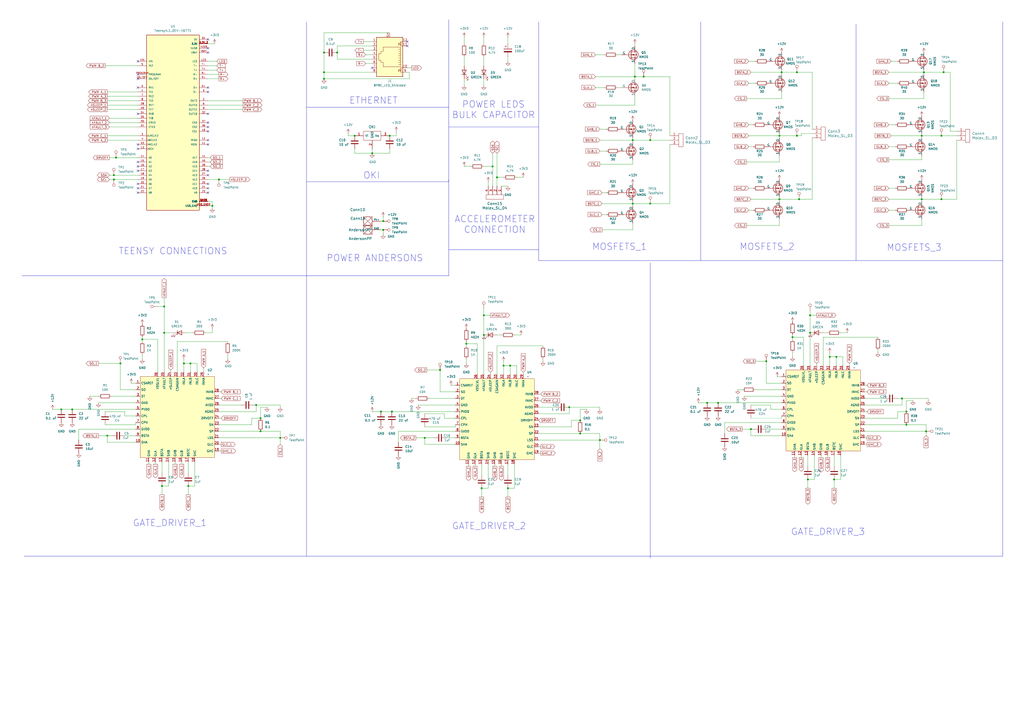
<source format=kicad_sch>
(kicad_sch (version 20231120) (generator "eeschema") (generator_version "8.0")
  (paper "A2")
  (junction (at 330.2 236.22))
  (junction (at 246.38 254))
  (junction (at 285.75 96.52))
  (junction (at 187.96 45.72))
  (junction (at 444.5 209.55))
  (junction (at 280.67 182.88))
  (junction (at 93.98 281.94))
  (junction (at 95.25 177.8))
  (junction (at 110.49 210.82))
  (junction (at 367.03 118.11))
  (junction (at 292.1 212.09))
  (junction (at 295.91 212.09))
  (junction (at 227.33 238.76))
  (junction (at 62.23 252.73))
  (junction (at 336.55 243.84))
  (junction (at 109.22 281.94))
  (junction (at 279.4 283.21))
  (junction (at 66.04 104.14))
  (junction (at 459.74 195.58))
  (junction (at 226.06 78.74))
  (junction (at 336.55 251.46))
  (junction (at 525.78 246.38))
  (junction (at 220.98 238.76))
  (junction (at 534.67 115.57))
  (junction (at 288.29 102.87))
  (junction (at 82.55 196.85))
  (junction (at 547.37 41.91))
  (junction (at 270.51 199.39))
  (junction (at 95.25 193.04))
  (junction (at 222.25 128.27))
  (junction (at 546.1 115.57))
  (junction (at 483.87 278.13))
  (junction (at 35.56 237.49))
  (junction (at 435.61 248.92))
  (junction (at 66.04 101.6))
  (junction (at 462.28 41.91))
  (junction (at 410.21 233.68))
  (junction (at 151.13 250.19))
  (junction (at 347.98 255.27))
  (junction (at 416.56 233.68))
  (junction (at 535.94 41.91))
  (junction (at 523.24 231.14))
  (junction (at 546.1 78.74))
  (junction (at 127 104.14))
  (junction (at 469.9 193.04))
  (junction (at 69.85 210.82))
  (junction (at 452.12 78.74))
  (junction (at 453.39 41.91))
  (junction (at 187.96 30.48))
  (junction (at 195.58 30.48))
  (junction (at 123.19 119.38))
  (junction (at 148.59 234.95))
  (junction (at 67.31 91.44))
  (junction (at 215.9 88.9))
  (junction (at 452.12 115.57))
  (junction (at 187.96 41.91))
  (junction (at 294.64 283.21))
  (junction (at 222.25 133.35))
  (junction (at 205.74 78.74))
  (junction (at 368.3 44.45))
  (junction (at 162.56 254))
  (junction (at 373.38 44.45))
  (junction (at 367.03 81.28))
  (junction (at 106.68 210.82))
  (junction (at 468.63 278.13))
  (junction (at 151.13 242.57))
  (junction (at 377.19 118.11))
  (junction (at 485.14 207.01))
  (junction (at 462.28 78.74))
  (junction (at 255.27 214.63))
  (junction (at 534.67 78.74))
  (junction (at 280.67 194.31))
  (junction (at 481.33 207.01))
  (junction (at 41.91 237.49))
  (junction (at 377.19 81.28))
  (junction (at 469.9 182.88))
  (junction (at 525.78 238.76))
  (junction (at 463.55 115.57))
  (junction (at 537.21 250.19))
  (no_connect (at 80.01 99.06))
  (no_connect (at 236.22 24.13))
  (no_connect (at 120.65 101.6))
  (no_connect (at 120.65 53.34))
  (no_connect (at 120.65 81.28))
  (no_connect (at 120.65 30.48))
  (no_connect (at 80.01 96.52))
  (no_connect (at 120.65 22.86))
  (no_connect (at 120.65 111.76))
  (no_connect (at 80.01 45.72))
  (no_connect (at 120.65 71.12))
  (no_connect (at 120.65 27.94))
  (no_connect (at 80.01 111.76))
  (no_connect (at 80.01 86.36))
  (no_connect (at 80.01 106.68))
  (no_connect (at 120.65 106.68))
  (no_connect (at 80.01 43.18))
  (no_connect (at 80.01 93.98))
  (no_connect (at 120.65 76.2))
  (no_connect (at 120.65 66.04))
  (no_connect (at 80.01 83.82))
  (no_connect (at 120.65 99.06))
  (no_connect (at 120.65 83.82))
  (no_connect (at 215.9 39.37))
  (no_connect (at 80.01 50.8))
  (no_connect (at 236.22 26.67))
  (no_connect (at 80.01 35.56))
  (no_connect (at 120.65 50.8))
  (no_connect (at 80.01 66.04))
  (no_connect (at 80.01 109.22))
  (no_connect (at 120.65 109.22))
  (no_connect (at 120.65 73.66))
  (wire (pts (xy 515.62 115.57) (xy 534.67 115.57)))
  (wire (pts (xy 420.37 245.11) (xy 453.39 245.11)))
  (wire (pts (xy 501.65 250.19) (xy 537.21 250.19)))
  (wire (pts (xy 347.98 236.22) (xy 330.2 236.22)))
  (wire (pts (xy 284.48 215.9) (xy 284.48 217.17)))
  (wire (pts (xy 62.23 58.42) (xy 80.01 58.42)))
  (wire (pts (xy 229.87 76.2) (xy 229.87 78.74)))
  (wire (pts (xy 367.03 81.28) (xy 367.03 80.01)))
  (wire (pts (xy 279.4 283.21) (xy 279.4 288.29)))
  (wire (pts (xy 212.09 36.83) (xy 215.9 36.83)))
  (wire (pts (xy 195.58 34.29) (xy 215.9 34.29)))
  (wire (pts (xy 264.16 242.57) (xy 257.81 242.57)))
  (wire (pts (xy 345.44 60.96) (xy 368.3 60.96)))
  (wire (pts (xy 280.67 179.07) (xy 280.67 182.88)))
  (wire (pts (xy 128.27 231.14) (xy 127 231.14)))
  (wire (pts (xy 488.95 212.09) (xy 488.95 207.01)))
  (wire (pts (xy 78.74 241.3) (xy 72.39 241.3)))
  (wire (pts (xy 162.56 254) (xy 162.56 250.19)))
  (wire (pts (xy 294.64 33.02) (xy 294.64 35.56)))
  (wire (pts (xy 434.34 78.74) (xy 452.12 78.74)))
  (wire (pts (xy 63.5 71.12) (xy 80.01 71.12)))
  (wire (pts (xy 312.42 247.65) (xy 331.47 247.65)))
  (wire (pts (xy 269.24 45.72) (xy 269.24 49.53)))
  (polyline (pts (xy 177.8 322.58) (xy 13.97 322.58)))
  (wire (pts (xy 492.76 210.82) (xy 492.76 212.09)))
  (wire (pts (xy 270.51 198.12) (xy 270.51 199.39)))
  (wire (pts (xy 477.52 195.58) (xy 477.52 212.09)))
  (wire (pts (xy 127 246.38) (xy 146.05 246.38)))
  (wire (pts (xy 63.5 73.66) (xy 80.01 73.66)))
  (wire (pts (xy 288.29 194.31) (xy 290.83 194.31)))
  (wire (pts (xy 238.76 231.14) (xy 241.3 231.14)))
  (wire (pts (xy 298.45 269.24) (xy 298.45 283.21)))
  (wire (pts (xy 368.3 60.96) (xy 368.3 55.88)))
  (wire (pts (xy 292.1 209.55) (xy 292.1 212.09)))
  (wire (pts (xy 78.74 256.54) (xy 62.23 256.54)))
  (wire (pts (xy 295.91 212.09) (xy 299.72 212.09)))
  (wire (pts (xy 313.69 228.6) (xy 312.42 228.6)))
  (wire (pts (xy 452.12 115.57) (xy 463.55 115.57)))
  (wire (pts (xy 483.87 264.16) (xy 483.87 270.51)))
  (wire (pts (xy 347.98 255.27) (xy 347.98 260.35)))
  (wire (pts (xy 452.12 78.74) (xy 462.28 78.74)))
  (wire (pts (xy 294.64 283.21) (xy 294.64 288.29)))
  (wire (pts (xy 438.15 209.55) (xy 444.5 209.55)))
  (wire (pts (xy 462.28 41.91) (xy 471.17 41.91)))
  (wire (pts (xy 128.27 257.81) (xy 127 257.81)))
  (polyline (pts (xy 312.42 12.7) (xy 312.42 73.66)))
  (wire (pts (xy 67.31 91.44) (xy 80.01 91.44)))
  (wire (pts (xy 501.65 246.38) (xy 525.78 246.38)))
  (wire (pts (xy 551.18 41.91) (xy 551.18 76.2)))
  (wire (pts (xy 280.67 96.52) (xy 285.75 96.52)))
  (wire (pts (xy 463.55 115.57) (xy 471.17 115.57)))
  (wire (pts (xy 57.15 252.73) (xy 62.23 252.73)))
  (wire (pts (xy 535.94 57.15) (xy 515.62 57.15)))
  (wire (pts (xy 453.39 252.73) (xy 435.61 252.73)))
  (wire (pts (xy 405.13 233.68) (xy 410.21 233.68)))
  (wire (pts (xy 525.78 246.38) (xy 537.21 246.38)))
  (wire (pts (xy 62.23 53.34) (xy 80.01 53.34)))
  (wire (pts (xy 66.04 104.14) (xy 80.01 104.14)))
  (polyline (pts (xy 312.42 144.78) (xy 312.42 151.13)))
  (wire (pts (xy 222.25 125.73) (xy 222.25 128.27)))
  (wire (pts (xy 215.9 41.91) (xy 187.96 41.91)))
  (wire (pts (xy 367.03 118.11) (xy 367.03 116.84)))
  (wire (pts (xy 468.63 278.13) (xy 472.44 278.13)))
  (wire (pts (xy 471.17 77.47) (xy 464.82 77.47)))
  (wire (pts (xy 62.23 55.88) (xy 80.01 55.88)))
  (wire (pts (xy 288.29 88.9) (xy 288.29 102.87)))
  (wire (pts (xy 119.38 193.04) (xy 123.19 193.04)))
  (wire (pts (xy 487.68 193.04) (xy 491.49 193.04)))
  (wire (pts (xy 515.62 109.22) (xy 519.43 109.22)))
  (wire (pts (xy 312.42 251.46) (xy 336.55 251.46)))
  (wire (pts (xy 453.39 53.34) (xy 453.39 57.15)))
  (polyline (pts (xy 377.19 322.58) (xy 581.66 322.58)))
  (wire (pts (xy 60.96 246.38) (xy 78.74 246.38)))
  (wire (pts (xy 246.38 254) (xy 251.46 254)))
  (wire (pts (xy 123.19 116.84) (xy 123.19 119.38)))
  (wire (pts (xy 434.34 85.09) (xy 436.88 85.09)))
  (wire (pts (xy 195.58 30.48) (xy 195.58 34.29)))
  (wire (pts (xy 106.68 208.28) (xy 106.68 210.82)))
  (wire (pts (xy 109.22 281.94) (xy 109.22 287.02)))
  (wire (pts (xy 453.39 241.3) (xy 453.39 242.57)))
  (polyline (pts (xy 177.8 160.02) (xy 260.35 160.02)))
  (wire (pts (xy 91.44 177.8) (xy 95.25 177.8)))
  (wire (pts (xy 459.74 195.58) (xy 466.09 195.58)))
  (wire (pts (xy 551.18 76.2) (xy 554.99 76.2)))
  (wire (pts (xy 248.92 231.14) (xy 264.16 231.14)))
  (wire (pts (xy 481.33 204.47) (xy 481.33 207.01)))
  (wire (pts (xy 127 254) (xy 162.56 254)))
  (wire (pts (xy 280.67 33.02) (xy 280.67 38.1)))
  (wire (pts (xy 269.24 21.59) (xy 269.24 25.4)))
  (wire (pts (xy 45.72 248.92) (xy 45.72 255.27)))
  (wire (pts (xy 520.7 238.76) (xy 525.78 238.76)))
  (wire (pts (xy 336.55 251.46) (xy 347.98 251.46)))
  (polyline (pts (xy 496.57 151.13) (xy 496.57 13.97)))
  (wire (pts (xy 195.58 26.67) (xy 195.58 30.48)))
  (wire (pts (xy 280.67 194.31) (xy 280.67 217.17)))
  (wire (pts (xy 62.23 81.28) (xy 80.01 81.28)))
  (wire (pts (xy 501.65 242.57) (xy 520.7 242.57)))
  (wire (pts (xy 45.72 248.92) (xy 78.74 248.92)))
  (wire (pts (xy 109.22 267.97) (xy 109.22 274.32)))
  (wire (pts (xy 434.34 121.92) (xy 436.88 121.92)))
  (wire (pts (xy 358.14 31.75) (xy 360.68 31.75)))
  (wire (pts (xy 461.01 265.43) (xy 461.01 264.16)))
  (wire (pts (xy 120.65 60.96) (xy 140.97 60.96)))
  (wire (pts (xy 257.81 240.03) (xy 246.38 240.03)))
  (wire (pts (xy 416.56 233.68) (xy 453.39 233.68)))
  (wire (pts (xy 452.12 90.17) (xy 452.12 93.98)))
  (wire (pts (xy 120.65 104.14) (xy 127 104.14)))
  (wire (pts (xy 435.61 252.73) (xy 435.61 248.92)))
  (wire (pts (xy 121.92 93.98) (xy 120.65 93.98)))
  (wire (pts (xy 66.04 101.6) (xy 80.01 101.6)))
  (wire (pts (xy 349.25 111.76) (xy 351.79 111.76)))
  (wire (pts (xy 76.2 222.25) (xy 78.74 222.25)))
  (wire (pts (xy 95.25 193.04) (xy 100.33 193.04)))
  (wire (pts (xy 452.12 115.57) (xy 452.12 114.3)))
  (wire (pts (xy 477.52 193.04) (xy 480.06 193.04)))
  (wire (pts (xy 120.65 43.18) (xy 127 43.18)))
  (polyline (pts (xy 406.4 151.13) (xy 406.4 12.7)))
  (polyline (pts (xy 260.35 160.02) (xy 260.35 104.14)))
  (wire (pts (xy 41.91 237.49) (xy 78.74 237.49)))
  (wire (pts (xy 95.25 177.8) (xy 95.25 193.04)))
  (wire (pts (xy 462.28 78.74) (xy 464.82 78.74)))
  (wire (pts (xy 113.03 267.97) (xy 113.03 281.94)))
  (wire (pts (xy 264.16 246.38) (xy 264.16 247.65)))
  (wire (pts (xy 279.4 269.24) (xy 279.4 275.59)))
  (wire (pts (xy 120.65 63.5) (xy 140.97 63.5)))
  (wire (pts (xy 435.61 248.92) (xy 436.88 248.92)))
  (wire (pts (xy 501.65 234.95) (xy 523.24 234.95)))
  (wire (pts (xy 288.29 102.87) (xy 288.29 107.95)))
  (wire (pts (xy 62.23 252.73) (xy 64.77 252.73)))
  (wire (pts (xy 459.74 194.31) (xy 459.74 195.58)))
  (wire (pts (xy 287.02 270.51) (xy 287.02 269.24)))
  (polyline (pts (xy 177.8 322.58) (xy 377.19 322.58)))
  (wire (pts (xy 60.96 38.1) (xy 80.01 38.1)))
  (wire (pts (xy 210.82 29.21) (xy 215.9 29.21)))
  (polyline (pts (xy 177.8 12.7) (xy 177.8 160.02)))
  (wire (pts (xy 535.94 41.91) (xy 535.94 40.64)))
  (wire (pts (xy 93.98 281.94) (xy 97.79 281.94)))
  (wire (pts (xy 113.03 281.94) (xy 109.22 281.94)))
  (wire (pts (xy 288.29 200.66) (xy 288.29 217.17)))
  (wire (pts (xy 93.98 281.94) (xy 93.98 287.02)))
  (wire (pts (xy 447.04 237.49) (xy 447.04 234.95)))
  (wire (pts (xy 72.39 241.3) (xy 72.39 238.76)))
  (wire (pts (xy 434.34 72.39) (xy 436.88 72.39)))
  (wire (pts (xy 57.15 233.68) (xy 78.74 233.68)))
  (wire (pts (xy 345.44 50.8) (xy 350.52 50.8)))
  (wire (pts (xy 481.33 207.01) (xy 485.14 207.01)))
  (wire (pts (xy 271.78 270.51) (xy 271.78 269.24)))
  (wire (pts (xy 434.34 35.56) (xy 438.15 35.56)))
  (wire (pts (xy 452.12 93.98) (xy 433.07 93.98)))
  (wire (pts (xy 62.23 60.96) (xy 80.01 60.96)))
  (wire (pts (xy 255.27 227.33) (xy 255.27 214.63)))
  (wire (pts (xy 105.41 269.24) (xy 105.41 267.97)))
  (wire (pts (xy 502.92 257.81) (xy 501.65 257.81)))
  (wire (pts (xy 162.56 234.95) (xy 162.56 236.22)))
  (wire (pts (xy 314.96 200.66) (xy 288.29 200.66)))
  (wire (pts (xy 151.13 236.22) (xy 151.13 242.57)))
  (wire (pts (xy 259.08 254) (xy 264.16 254)))
  (wire (pts (xy 283.21 283.21) (xy 283.21 269.24)))
  (wire (pts (xy 226.06 88.9) (xy 226.06 86.36)))
  (wire (pts (xy 377.19 118.11) (xy 388.62 118.11)))
  (wire (pts (xy 452.12 116.84) (xy 452.12 115.57)))
  (wire (pts (xy 121.92 91.44) (xy 120.65 91.44)))
  (wire (pts (xy 347.98 74.93) (xy 351.79 74.93)))
  (wire (pts (xy 226.06 78.74) (xy 229.87 78.74)))
  (polyline (pts (xy 312.42 144.78) (xy 260.35 144.78)))
  (wire (pts (xy 534.67 92.71) (xy 515.62 92.71)))
  (wire (pts (xy 471.17 80.01) (xy 471.17 115.57)))
  (polyline (pts (xy 377.19 152.4) (xy 377.19 323.85)))
  (wire (pts (xy 331.47 243.84) (xy 336.55 243.84)))
  (wire (pts (xy 534.67 80.01) (xy 534.67 78.74)))
  (wire (pts (xy 298.45 194.31) (xy 302.26 194.31)))
  (wire (pts (xy 72.39 252.73) (xy 78.74 252.73)))
  (wire (pts (xy 279.4 283.21) (xy 283.21 283.21)))
  (wire (pts (xy 114.3 215.9) (xy 114.3 210.82)))
  (wire (pts (xy 444.5 248.92) (xy 453.39 248.92)))
  (wire (pts (xy 471.17 74.93) (xy 471.17 41.91)))
  (wire (pts (xy 435.61 242.57) (xy 453.39 242.57)) (stroke (width 0.0025)))
  (wire (pts (xy 123.19 119.38) (xy 120.65 119.38)))
  (wire (pts (xy 502.92 223.52) (xy 501.65 223.52)))
  (wire (pts (xy 535.94 53.34) (xy 535.94 57.15)))
  (wire (pts (xy 468.63 264.16) (xy 468.63 270.51)))
  (wire (pts (xy 120.65 116.84) (xy 123.19 116.84)))
  (wire (pts (xy 427.99 226.06) (xy 430.53 226.06)))
  (wire (pts (xy 476.25 265.43) (xy 476.25 264.16)))
  (wire (pts (xy 534.67 78.74) (xy 534.67 77.47)))
  (wire (pts (xy 146.05 242.57) (xy 151.13 242.57)))
  (wire (pts (xy 132.08 205.74) (xy 132.08 208.28)))
  (wire (pts (xy 187.96 19.05) (xy 187.96 30.48)))
  (wire (pts (xy 534.67 115.57) (xy 546.1 115.57)))
  (wire (pts (xy 367.03 129.54) (xy 367.03 133.35)))
  (wire (pts (xy 285.75 96.52) (xy 285.75 107.95)))
  (wire (pts (xy 237.49 41.91) (xy 237.49 45.72)))
  (wire (pts (xy 82.55 195.58) (xy 82.55 196.85)))
  (wire (pts (xy 431.8 229.87) (xy 453.39 229.87)))
  (wire (pts (xy 102.87 198.12) (xy 102.87 215.9)))
  (wire (pts (xy 535.94 41.91) (xy 547.37 41.91)))
  (polyline (pts (xy 581.66 151.13) (xy 581.66 322.58)))
  (wire (pts (xy 205.74 88.9) (xy 205.74 86.36)))
  (wire (pts (xy 215.9 88.9) (xy 226.06 88.9)))
  (wire (pts (xy 128.27 242.57) (xy 127 242.57)))
  (wire (pts (xy 368.3 44.45) (xy 373.38 44.45)))
  (wire (pts (xy 63.5 68.58) (xy 80.01 68.58)))
  (wire (pts (xy 367.03 81.28) (xy 377.19 81.28)))
  (wire (pts (xy 30.48 237.49) (xy 35.56 237.49)))
  (wire (pts (xy 459.74 204.47) (xy 459.74 207.01)))
  (wire (pts (xy 537.21 252.73) (xy 537.21 250.19)))
  (wire (pts (xy 487.68 278.13) (xy 483.87 278.13)))
  (wire (pts (xy 469.9 193.04) (xy 469.9 212.09)))
  (wire (pts (xy 215.9 88.9) (xy 215.9 86.36)))
  (wire (pts (xy 368.3 44.45) (xy 368.3 36.83)))
  (wire (pts (xy 515.62 72.39) (xy 519.43 72.39)))
  (wire (pts (xy 367.03 92.71) (xy 367.03 95.25)))
  (wire (pts (xy 69.85 210.82) (xy 69.85 226.06)))
  (wire (pts (xy 205.74 88.9) (xy 215.9 88.9)))
  (wire (pts (xy 430.53 248.92) (xy 435.61 248.92)))
  (wire (pts (xy 120.65 25.4) (xy 124.46 25.4)))
  (wire (pts (xy 222.25 133.35) (xy 222.25 135.89)))
  (wire (pts (xy 453.39 41.91) (xy 453.39 40.64)))
  (wire (pts (xy 283.21 105.41) (xy 283.21 107.95)))
  (wire (pts (xy 106.68 210.82) (xy 110.49 210.82)))
  (wire (pts (xy 358.14 50.8) (xy 360.68 50.8)))
  (wire (pts (xy 127 104.14) (xy 133.35 104.14)))
  (wire (pts (xy 90.17 269.24) (xy 90.17 267.97)))
  (wire (pts (xy 86.36 269.24) (xy 86.36 267.97)))
  (wire (pts (xy 434.34 48.26) (xy 438.15 48.26)))
  (wire (pts (xy 275.59 270.51) (xy 275.59 269.24)))
  (wire (pts (xy 99.06 214.63) (xy 99.06 215.9)))
  (wire (pts (xy 529.59 232.41) (xy 525.78 232.41)))
  (wire (pts (xy 534.67 90.17) (xy 534.67 92.71)))
  (wire (pts (xy 231.14 250.19) (xy 264.16 250.19)))
  (wire (pts (xy 299.72 217.17) (xy 299.72 212.09)))
  (polyline (pts (xy 581.66 151.13) (xy 581.66 12.7)))
  (wire (pts (xy 284.48 182.88) (xy 280.67 182.88)))
  (polyline (pts (xy 12.7 160.02) (xy 177.8 160.02)))
  (wire (pts (xy 516.89 35.56) (xy 520.7 35.56)))
  (wire (pts (xy 242.57 234.95) (xy 264.16 234.95)))
  (wire (pts (xy 538.48 232.41) (xy 538.48 231.14)))
  (wire (pts (xy 453.39 41.91) (xy 462.28 41.91)))
  (wire (pts (xy 349.25 133.35) (xy 367.03 133.35)))
  (wire (pts (xy 227.33 238.76) (xy 264.16 238.76)))
  (wire (pts (xy 292.1 102.87) (xy 288.29 102.87)))
  (wire (pts (xy 226.06 19.05) (xy 187.96 19.05)))
  (wire (pts (xy 546.1 78.74) (xy 554.99 78.74)))
  (wire (pts (xy 148.59 234.95) (xy 148.59 238.76)))
  (wire (pts (xy 515.62 130.81) (xy 534.67 130.81)))
  (wire (pts (xy 345.44 44.45) (xy 368.3 44.45)))
  (wire (pts (xy 523.24 231.14) (xy 520.7 231.14)))
  (wire (pts (xy 280.67 45.72) (xy 280.67 49.53)))
  (wire (pts (xy 127 238.76) (xy 148.59 238.76)))
  (wire (pts (xy 246.38 247.65) (xy 264.16 247.65)))
  (wire (pts (xy 290.83 270.51) (xy 290.83 269.24)))
  (wire (pts (xy 62.23 78.74) (xy 80.01 78.74)))
  (wire (pts (xy 466.09 212.09) (xy 466.09 195.58)))
  (wire (pts (xy 292.1 212.09) (xy 295.91 212.09)))
  (wire (pts (xy 485.14 207.01) (xy 488.95 207.01)))
  (wire (pts (xy 452.12 78.74) (xy 452.12 77.47)))
  (wire (pts (xy 121.92 96.52) (xy 120.65 96.52)))
  (wire (pts (xy 101.6 269.24) (xy 101.6 267.97)))
  (wire (pts (xy 63.5 101.6) (xy 66.04 101.6)))
  (wire (pts (xy 459.74 195.58) (xy 459.74 196.85)))
  (wire (pts (xy 487.68 264.16) (xy 487.68 278.13)))
  (wire (pts (xy 483.87 278.13) (xy 483.87 283.21)))
  (wire (pts (xy 473.71 210.82) (xy 473.71 212.09)))
  (wire (pts (xy 435.61 41.91) (xy 453.39 41.91)))
  (wire (pts (xy 62.23 63.5) (xy 80.01 63.5)))
  (wire (pts (xy 148.59 234.95) (xy 162.56 234.95)))
  (wire (pts (xy 123.19 120.65) (xy 123.19 119.38)))
  (wire (pts (xy 367.03 95.25) (xy 347.98 95.25)))
  (wire (pts (xy 388.62 83.82) (xy 388.62 118.11)))
  (wire (pts (xy 238.76 39.37) (xy 236.22 39.37)))
  (wire (pts (xy 388.62 44.45) (xy 388.62 78.74)))
  (wire (pts (xy 257.81 242.57) (xy 257.81 240.03)))
  (wire (pts (xy 377.19 81.28) (xy 388.62 81.28)))
  (wire (pts (xy 201.93 77.47) (xy 201.93 78.74)))
  (wire (pts (xy 525.78 232.41) (xy 525.78 238.76)))
  (wire (pts (xy 82.55 196.85) (xy 82.55 198.12)))
  (wire (pts (xy 241.3 254) (xy 246.38 254)))
  (wire (pts (xy 313.69 259.08) (xy 312.42 259.08)))
  (wire (pts (xy 120.65 38.1) (xy 125.73 38.1)))
  (wire (pts (xy 222.25 128.27) (xy 220.98 128.27)))
  (wire (pts (xy 502.92 227.33) (xy 501.65 227.33)))
  (wire (pts (xy 347.98 237.49) (xy 347.98 236.22)))
  (polyline (pts (xy 312.42 73.66) (xy 312.42 144.78)))
  (wire (pts (xy 452.12 127) (xy 452.12 130.81)))
  (polyline (pts (xy 177.8 105.41) (xy 260.35 105.41)))
  (wire (pts (xy 128.27 261.62) (xy 127 261.62)))
  (wire (pts (xy 292.1 212.09) (xy 292.1 217.17)))
  (wire (pts (xy 546.1 115.57) (xy 554.99 115.57)))
  (wire (pts (xy 534.67 116.84) (xy 534.67 115.57)))
  (wire (pts (xy 453.39 57.15) (xy 433.07 57.15)))
  (wire (pts (xy 515.62 121.92) (xy 519.43 121.92)))
  (wire (pts (xy 435.61 115.57) (xy 452.12 115.57)))
  (wire (pts (xy 331.47 247.65) (xy 331.47 243.84)))
  (wire (pts (xy 127 250.19) (xy 151.13 250.19)))
  (wire (pts (xy 314.96 209.55) (xy 314.96 208.28)))
  (wire (pts (xy 537.21 250.19) (xy 537.21 246.38)))
  (wire (pts (xy 473.71 182.88) (xy 469.9 182.88)))
  (wire (pts (xy 264.16 227.33) (xy 255.27 227.33)))
  (wire (pts (xy 469.9 182.88) (xy 469.9 193.04)))
  (wire (pts (xy 534.67 78.74) (xy 546.1 78.74)))
  (wire (pts (xy 516.89 78.74) (xy 534.67 78.74)))
  (wire (pts (xy 123.19 190.5) (xy 123.19 193.04)))
  (wire (pts (xy 64.77 229.87) (xy 78.74 229.87)))
  (wire (pts (xy 313.69 232.41) (xy 312.42 232.41)))
  (wire (pts (xy 547.37 41.91) (xy 551.18 41.91)))
  (wire (pts (xy 187.96 45.72) (xy 187.96 41.91)))
  (wire (pts (xy 345.44 31.75) (xy 350.52 31.75)))
  (wire (pts (xy 120.65 40.64) (xy 125.73 40.64)))
  (wire (pts (xy 276.86 199.39) (xy 270.51 199.39)))
  (wire (pts (xy 187.96 41.91) (xy 187.96 30.48)))
  (wire (pts (xy 125.73 35.56) (xy 120.65 35.56)))
  (wire (pts (xy 118.11 213.36) (xy 118.11 215.9)))
  (wire (pts (xy 453.39 237.49) (xy 447.04 237.49)))
  (wire (pts (xy 146.05 246.38) (xy 146.05 242.57)))
  (wire (pts (xy 349.25 118.11) (xy 367.03 118.11)))
  (wire (pts (xy 472.44 278.13) (xy 472.44 264.16)))
  (wire (pts (xy 201.93 78.74) (xy 205.74 78.74)))
  (wire (pts (xy 111.76 193.04) (xy 107.95 193.04)))
  (wire (pts (xy 255.27 214.63) (xy 247.65 214.63)))
  (wire (pts (xy 231.14 250.19) (xy 231.14 256.54)))
  (wire (pts (xy 538.48 231.14) (xy 523.24 231.14)))
  (wire (pts (xy 452.12 130.81) (xy 433.07 130.81)))
  (wire (pts (xy 72.39 238.76) (xy 60.96 238.76)))
  (wire (pts (xy 246.38 257.81) (xy 264.16 257.81)))
  (wire (pts (xy 110.49 215.9) (xy 110.49 210.82)))
  (wire (pts (xy 35.56 237.49) (xy 41.91 237.49)))
  (wire (pts (xy 154.94 236.22) (xy 151.13 236.22)))
  (wire (pts (xy 464.82 77.47) (xy 464.82 78.74)))
  (wire (pts (xy 367.03 119.38) (xy 367.03 118.11)))
  (wire (pts (xy 269.24 33.02) (xy 269.24 38.1)))
  (wire (pts (xy 444.5 222.25) (xy 453.39 222.25)))
  (wire (pts (xy 554.99 81.28) (xy 554.99 115.57)))
  (wire (pts (xy 481.33 207.01) (xy 481.33 212.09)))
  (wire (pts (xy 280.67 182.88) (xy 280.67 194.31)))
  (wire (pts (xy 151.13 250.19) (xy 162.56 250.19)))
  (wire (pts (xy 95.25 193.04) (xy 95.25 215.9)))
  (wire (pts (xy 295.91 217.17) (xy 295.91 212.09)))
  (wire (pts (xy 215.9 238.76) (xy 220.98 238.76)))
  (wire (pts (xy 246.38 257.81) (xy 246.38 254)))
  (wire (pts (xy 367.03 82.55) (xy 367.03 81.28)))
  (wire (pts (xy 276.86 217.17) (xy 276.86 199.39)))
  (wire (pts (xy 502.92 238.76) (xy 501.65 238.76)))
  (wire (pts (xy 523.24 234.95) (xy 523.24 231.14)))
  (wire (pts (xy 110.49 210.82) (xy 114.3 210.82)))
  (wire (pts (xy 520.7 242.57) (xy 520.7 238.76)))
  (wire (pts (xy 236.22 41.91) (xy 237.49 41.91)))
  (wire (pts (xy 280.67 21.59) (xy 280.67 25.4)))
  (wire (pts (xy 147.32 234.95) (xy 148.59 234.95)))
  (wire (pts (xy 120.65 45.72) (xy 127 45.72)))
  (wire (pts (xy 501.65 231.14) (xy 513.08 231.14)))
  (wire (pts (xy 294.64 269.24) (xy 294.64 275.59)))
  (wire (pts (xy 434.34 109.22) (xy 436.88 109.22)))
  (wire (pts (xy 502.92 254) (xy 501.65 254)))
  (wire (pts (xy 420.37 245.11) (xy 420.37 251.46)))
  (wire (pts (xy 444.5 209.55) (xy 444.5 222.25)))
  (wire (pts (xy 127 234.95) (xy 139.7 234.95)))
  (wire (pts (xy 347.98 81.28) (xy 367.03 81.28)))
  (wire (pts (xy 509.27 203.2) (xy 509.27 204.47)))
  (wire (pts (xy 534.67 115.57) (xy 534.67 114.3)))
  (wire (pts (xy 69.85 210.82) (xy 57.15 210.82)))
  (wire (pts (xy 140.97 58.42) (xy 120.65 58.42)))
  (wire (pts (xy 480.06 265.43) (xy 480.06 264.16)))
  (wire (pts (xy 261.62 223.52) (xy 264.16 223.52)))
  (wire (pts (xy 237.49 45.72) (xy 187.96 45.72)))
  (wire (pts (xy 515.62 85.09) (xy 519.43 85.09)))
  (wire (pts (xy 452.12 80.01) (xy 452.12 78.74)))
  (wire (pts (xy 515.62 41.91) (xy 535.94 41.91)))
  (wire (pts (xy 270.51 199.39) (xy 270.51 200.66)))
  (wire (pts (xy 347.98 87.63) (xy 351.79 87.63)))
  (wire (pts (xy 299.72 102.87) (xy 303.53 102.87)))
  (polyline (pts (xy 177.8 160.02) (xy 177.8 322.58)))
  (wire (pts (xy 535.94 43.18) (xy 535.94 41.91)))
  (polyline (pts (xy 260.35 105.41) (xy 260.35 62.23)))
  (wire (pts (xy 285.75 88.9) (xy 285.75 96.52)))
  (wire (pts (xy 212.09 31.75) (xy 215.9 31.75)))
  (wire (pts (xy 336.55 237.49) (xy 336.55 243.84)))
  (polyline (pts (xy 406.4 151.13) (xy 496.57 151.13)))
  (wire (pts (xy 128.27 227.33) (xy 127 227.33)))
  (wire (pts (xy 509.27 195.58) (xy 477.52 195.58)))
  (wire (pts (xy 312.42 236.22) (xy 322.58 236.22)))
  (wire (pts (xy 290.83 107.95) (xy 294.64 107.95)))
  (wire (pts (xy 106.68 210.82) (xy 106.68 215.9)))
  (wire (pts (xy 294.64 21.59) (xy 294.64 25.4)))
  (wire (pts (xy 410.21 233.68) (xy 416.56 233.68)))
  (wire (pts (xy 340.36 237.49) (xy 336.55 237.49)))
  (wire (pts (xy 447.04 234.95) (xy 435.61 234.95)))
  (wire (pts (xy 63.5 91.44) (xy 67.31 91.44)))
  (polyline (pts (xy 177.8 62.23) (xy 260.35 62.23)))
  (wire (pts (xy 52.07 229.87) (xy 57.15 229.87)))
  (wire (pts (xy 273.05 96.52) (xy 269.24 96.52)))
  (polyline (pts (xy 496.57 151.13) (xy 581.66 151.13)))
  (wire (pts (xy 95.25 172.72) (xy 95.25 177.8)))
  (wire (pts (xy 347.98 255.27) (xy 347.98 251.46)))
  (wire (pts (xy 313.69 262.89) (xy 312.42 262.89)))
  (wire (pts (xy 93.98 267.97) (xy 93.98 274.32)))
  (wire (pts (xy 485.14 212.09) (xy 485.14 207.01)))
  (wire (pts (xy 312.42 255.27) (xy 347.98 255.27)))
  (wire (pts (xy 69.85 226.06) (xy 78.74 226.06)))
  (wire (pts (xy 270.51 208.28) (xy 270.51 210.82)))
  (wire (pts (xy 63.5 104.14) (xy 66.04 104.14)))
  (wire (pts (xy 220.98 238.76) (xy 227.33 238.76)))
  (wire (pts (xy 453.39 43.18) (xy 453.39 41.91)))
  (wire (pts (xy 91.44 215.9) (xy 91.44 196.85)))
  (wire (pts (xy 368.3 25.4) (xy 368.3 26.67)))
  (wire (pts (xy 82.55 205.74) (xy 82.55 208.28)))
  (polyline (pts (xy 260.35 73.66) (xy 312.42 73.66)))
  (wire (pts (xy 515.62 48.26) (xy 520.7 48.26)))
  (wire (pts (xy 349.25 124.46) (xy 351.79 124.46)))
  (wire (pts (xy 298.45 283.21) (xy 294.64 283.21)))
  (wire (pts (xy 220.98 133.35) (xy 222.25 133.35)))
  (wire (pts (xy 97.79 281.94) (xy 97.79 267.97)))
  (wire (pts (xy 91.44 196.85) (xy 82.55 196.85)))
  (wire (pts (xy 534.67 130.81) (xy 534.67 127)))
  (wire (pts (xy 312.42 240.03) (xy 330.2 240.03)))
  (wire (pts (xy 464.82 265.43) (xy 464.82 264.16)))
  (wire (pts (xy 450.85 218.44) (xy 453.39 218.44)))
  (wire (pts (xy 162.56 254) (xy 162.56 257.81)))
  (wire (pts (xy 210.82 24.13) (xy 215.9 24.13)))
  (wire (pts (xy 367.03 118.11) (xy 377.19 118.11)))
  (polyline (pts (xy 312.42 151.13) (xy 406.4 151.13)))
  (wire (pts (xy 62.23 256.54) (xy 62.23 252.73)))
  (wire (pts (xy 469.9 180.34) (xy 469.9 182.88)))
  (wire (pts (xy 373.38 44.45) (xy 388.62 44.45)))
  (wire (pts (xy 303.53 215.9) (xy 303.53 217.17)))
  (wire (pts (xy 438.15 226.06) (xy 453.39 226.06)))
  (polyline (pts (xy 260.35 11.43) (xy 260.35 62.23)))
  (wire (pts (xy 330.2 240.03) (xy 330.2 236.22)))
  (wire (pts (xy 468.63 278.13) (xy 468.63 283.21)))
  (wire (pts (xy 368.3 45.72) (xy 368.3 44.45)))
  (wire (pts (xy 78.74 245.11) (xy 78.74 246.38)))
  (wire (pts (xy 215.9 26.67) (xy 195.58 26.67)))
  (wire (pts (xy 132.08 198.12) (xy 102.87 198.12)))
  (text "GATE_DRIVER_3" (at 480.314 308.61 0) (effects (font (size 3.81 3.81))))
  (text "TEENSY CONNECTIONS" (at 100.33 145.796 0) (effects (font (size 3.81 3.81))))
  (text "MOSFETS_1" (at 359.41 143.256 0) (effects (font (size 3.81 3.81))))
  (text "POWER ANDERSONS" (at 217.424 149.86 0) (effects (font (size 3.81 3.81))))
  (text "POWER LEDS\nBULK CAPACITOR" (at 286.258 63.754 0) (effects (font (size 3.81 3.81))))
  (text "GATE_DRIVER_1" (at 98.552 303.53 0) (effects (font (size 3.81 3.81))))
  (text "ACCELEROMETER\nCONNECTION" (at 287.02 130.302 0) (effects (font (size 3.81 3.81))))
  (text "MOSFETS_2" (at 445.008 143.256 0) (effects (font (size 3.81 3.81))))
  (text "MOSFETS_3" (at 530.352 143.764 0) (effects (font (size 3.81 3.81))))
  (text "ETHERNET" (at 216.662 58.42 0) (effects (font (size 3.81 3.81))))
  (text "GATE_DRIVER_2" (at 283.718 305.308 0) (effects (font (size 3.81 3.81))))
  (text "OKI" (at 215.646 101.854 0) (effects (font (size 3.81 3.81))))
  (global_label "GHC_2" (shape output) (at 313.69 262.89 0) (property "Intersheetrefs" "${INTERSHEET_REFS}" (effects (hide yes))))
  (global_label "CS_2" (shape output) (at 433.07 130.81 180) (property "Intersheetrefs" "${INTERSHEET_REFS}" (effects (hide yes))))
  (global_label "GHC_1" (shape output) (at 128.27 261.62 0) (property "Intersheetrefs" "${INTERSHEET_REFS}" (effects (hide yes))))
  (global_label "R+" (shape output) (at 127 45.72 0) (property "Intersheetrefs" "${INTERSHEET_REFS}" (effects (hide yes))))
  (global_label "GHA_3" (shape input) (at 516.89 35.56 180) (property "Intersheetrefs" "${INTERSHEET_REFS}" (effects (hide yes))))
  (global_label "BSTC_3" (shape output) (at 483.87 283.21 270) (property "Intersheetrefs" "${INTERSHEET_REFS}" (effects (hide yes))))
  (global_label "LED" (shape input) (at 125.73 35.56 0) (property "Intersheetrefs" "${INTERSHEET_REFS}" (effects (hide yes))))
  (global_label "SO_1" (shape input) (at 121.92 91.44 0) (property "Intersheetrefs" "${INTERSHEET_REFS}" (effects (hide yes))))
  (global_label "DRVOFF" (shape output) (at 63.5 91.44 180) (property "Intersheetrefs" "${INTERSHEET_REFS}" (effects (hide yes))))
  (global_label "GLC_1" (shape input) (at 349.25 124.46 180) (property "Intersheetrefs" "${INTERSHEET_REFS}" (effects (hide yes))))
  (global_label "SO_1" (shape output) (at 57.15 210.82 180) (property "Intersheetrefs" "${INTERSHEET_REFS}" (effects (hide yes))))
  (global_label "GLA_3" (shape output) (at 464.82 265.43 270) (property "Intersheetrefs" "${INTERSHEET_REFS}" (effects (hide yes))))
  (global_label "nSLEEP_1" (shape output) (at 62.23 60.96 180) (property "Intersheetrefs" "${INTERSHEET_REFS}" (effects (hide yes))))
  (global_label "BSTA_2" (shape output) (at 241.3 254 180) (property "Intersheetrefs" "${INTERSHEET_REFS}" (effects (hide yes))))
  (global_label "nFAULT_1" (shape input) (at 63.5 68.58 180) (property "Intersheetrefs" "${INTERSHEET_REFS}" (effects (hide yes))))
  (global_label "nSLEEP_2" (shape output) (at 62.23 63.5 180) (property "Intersheetrefs" "${INTERSHEET_REFS}" (effects (hide yes))))
  (global_label "GHB_1" (shape input) (at 347.98 74.93 180) (property "Intersheetrefs" "${INTERSHEET_REFS}" (effects (hide yes))))
  (global_label "PWM C_2" (shape input) (at 313.69 232.41 0) (property "Intersheetrefs" "${INTERSHEET_REFS}" (effects (hide yes))))
  (global_label "BSTA_1" (shape input) (at 345.44 44.45 180) (property "Intersheetrefs" "${INTERSHEET_REFS}" (effects (hide yes))))
  (global_label "GLB_3" (shape output) (at 480.06 265.43 270) (property "Intersheetrefs" "${INTERSHEET_REFS}" (effects (hide yes))))
  (global_label "LED" (shape output) (at 238.76 39.37 0) (property "Intersheetrefs" "${INTERSHEET_REFS}" (effects (hide yes))))
  (global_label "PWM C_3" (shape output) (at 140.97 63.5 0) (property "Intersheetrefs" "${INTERSHEET_REFS}" (effects (hide yes))))
  (global_label "PWM C_1" (shape input) (at 128.27 231.14 0) (property "Intersheetrefs" "${INTERSHEET_REFS}" (effects (hide yes))))
  (global_label "nSLEEP_3" (shape output) (at 133.35 104.14 0) (property "Intersheetrefs" "${INTERSHEET_REFS}" (effects (hide yes))))
  (global_label "GLB_2" (shape input) (at 434.34 85.09 180) (property "Intersheetrefs" "${INTERSHEET_REFS}" (effects (hide yes))))
  (global_label "BSTC_3" (shape input) (at 515.62 115.57 180) (property "Intersheetrefs" "${INTERSHEET_REFS}" (effects (hide yes))))
  (global_label "GLB_1" (shape input) (at 347.98 87.63 180) (property "Intersheetrefs" "${INTERSHEET_REFS}" (effects (hide yes))))
  (global_label "SO_2" (shape output) (at 247.65 214.63 180) (property "Intersheetrefs" "${INTERSHEET_REFS}" (effects (hide yes))))
  (global_label "PWM C_2" (shape output) (at 140.97 60.96 0) (property "Intersheetrefs" "${INTERSHEET_REFS}" (effects (hide yes))))
  (global_label "PWM B_1" (shape input) (at 128.27 227.33 0) (property "Intersheetrefs" "${INTERSHEET_REFS}" (effects (hide yes))))
  (global_label "BSTB_2" (shape output) (at 279.4 288.29 270) (property "Intersheetrefs" "${INTERSHEET_REFS}" (effects (hide yes))))
  (global_label "GHC_1" (shape input) (at 349.25 111.76 180) (property "Intersheetrefs" "${INTERSHEET_REFS}" (effects (hide yes))))
  (global_label "BSTB_3" (shape output) (at 468.63 283.21 270) (property "Intersheetrefs" "${INTERSHEET_REFS}" (effects (hide yes))))
  (global_label "CS_3" (shape input) (at 537.21 252.73 270) (property "Intersheetrefs" "${INTERSHEET_REFS}" (effects (hide yes))))
  (global_label "BSTA_2" (shape input) (at 435.61 41.91 180) (property "Intersheetrefs" "${INTERSHEET_REFS}" (effects (hide yes))))
  (global_label "nSLEEP_1" (shape input) (at 99.06 214.63 90) (property "Intersheetrefs" "${INTERSHEET_REFS}" (effects (hide yes))))
  (global_label "BSTA_3" (shape input) (at 515.62 41.91 180) (property "Intersheetrefs" "${INTERSHEET_REFS}" (effects (hide yes))))
  (global_label "GLC_2" (shape input) (at 434.34 121.92 180) (property "Intersheetrefs" "${INTERSHEET_REFS}" (effects (hide yes))))
  (global_label "SDA" (shape bidirectional) (at 285.75 88.9 90) (property "Intersheetrefs" "${INTERSHEET_REFS}" (effects (hide yes))))
  (global_label "SO_3" (shape output) (at 438.15 209.55 180) (property "Intersheetrefs" "${INTERSHEET_REFS}" (effects (hide yes))))
  (global_label "SCL" (shape bidirectional) (at 288.29 88.9 90) (property "Intersheetrefs" "${INTERSHEET_REFS}" (effects (hide yes))))
  (global_label "GHA_2" (shape input) (at 434.34 35.56 180) (property "Intersheetrefs" "${INTERSHEET_REFS}" (effects (hide yes))))
  (global_label "GLC_3" (shape output) (at 502.92 254 0) (property "Intersheetrefs" "${INTERSHEET_REFS}" (effects (hide yes))))
  (global_label "PWM A_1" (shape output) (at 62.23 53.34 180) (property "Intersheetrefs" "${INTERSHEET_REFS}" (effects (hide yes))))
  (global_label "DRVOFF" (shape input) (at 128.27 242.57 0) (property "Intersheetrefs" "${INTERSHEET_REFS}" (effects (hide yes))))
  (global_label "GHC_3" (shape input) (at 515.62 109.22 180) (property "Intersheetrefs" "${INTERSHEET_REFS}" (effects (hide yes))))
  (global_label "GLB_3" (shape input) (at 515.62 85.09 180) (property "Intersheetrefs" "${INTERSHEET_REFS}" (effects (hide yes))))
  (global_label "nFAULT_3" (shape output) (at 473.71 182.88 0) (property "Intersheetrefs" "${INTERSHEET_REFS}" (effects (hide yes))))
  (global_label "PWM B_3" (shape output) (at 62.23 58.42 180) (property "Intersheetrefs" "${INTERSHEET_REFS}" (effects (hide yes))))
  (global_label "nFAULT_2" (shape input) (at 63.5 71.12 180) (property "Intersheetrefs" "${INTERSHEET_REFS}" (effects (hide yes))))
  (global_label "BSTA_1" (shape output) (at 57.15 252.73 180) (property "Intersheetrefs" "${INTERSHEET_REFS}" (effects (hide yes))))
  (global_label "GHB_3" (shape input) (at 515.62 72.39 180) (property "Intersheetrefs" "${INTERSHEET_REFS}" (effects (hide yes))))
  (global_label "GHA_1" (shape output) (at 86.36 269.24 270) (property "Intersheetrefs" "${INTERSHEET_REFS}" (effects (hide yes))))
  (global_label "PWM C_3" (shape input) (at 502.92 227.33 0) (property "Intersheetrefs" "${INTERSHEET_REFS}" (effects (hide yes))))
  (global_label "GHB_2" (shape input) (at 434.34 72.39 180) (property "Intersheetrefs" "${INTERSHEET_REFS}" (effects (hide yes))))
  (global_label "PWM B_3" (shape input) (at 502.92 223.52 0) (property "Intersheetrefs" "${INTERSHEET_REFS}" (effects (hide yes))))
  (global_label "nFAULT_1" (shape output) (at 95.25 172.72 90) (property "Intersheetrefs" "${INTERSHEET_REFS}" (effects (hide yes))))
  (global_label "CS_1" (shape output) (at 349.25 133.35 180) (property "Intersheetrefs" "${INTERSHEET_REFS}" (effects (hide yes))))
  (global_label "R-" (shape input) (at 212.09 36.83 180) (property "Intersheetrefs" "${INTERSHEET_REFS}" (effects (hide yes))))
  (global_label "BSTB_3" (shape input) (at 516.89 78.74 180) (property "Intersheetrefs" "${INTERSHEET_REFS}" (effects (hide yes))))
  (global_label "BSTC_2" (shape output) (at 294.64 288.29 270) (property "Intersheetrefs" "${INTERSHEET_REFS}" (effects (hide yes))))
  (global_label "CS_2" (shape input) (at 347.98 260.35 270) (property "Intersheetrefs" "${INTERSHEET_REFS}" (effects (hide yes))))
  (global_label "nFAULT_2" (shape output) (at 284.48 182.88 0) (property "Intersheetrefs" "${INTERSHEET_REFS}" (effects (hide yes))))
  (global_label "T+" (shape input) (at 125.73 40.64 0) (property "Intersheetrefs" "${INTERSHEET_REFS}" (effects (hide yes))))
  (global_label "GHB_1" (shape output) (at 101.6 269.24 270) (property "Intersheetrefs" "${INTERSHEET_REFS}" (effects (hide yes))))
  (global_label "GHA_3" (shape output) (at 461.01 265.43 270) (property "Intersheetrefs" "${INTERSHEET_REFS}" (effects (hide yes))))
  (global_label "CS_3" (shape output) (at 515.62 130.81 180) (property "Intersheetrefs" "${INTERSHEET_REFS}" (effects (hide yes))))
  (global_label "GHB_2" (shape output) (at 287.02 270.51 270) (property "Intersheetrefs" "${INTERSHEET_REFS}" (effects (hide yes))))
  (global_label "GLA_1" (shape output) (at 90.17 269.24 270) (property "Intersheetrefs" "${INTERSHEET_REFS}" (effects (hide yes))))
  (global_label "PWM B_1" (shape output) (at 140.97 58.42 0) (property "Intersheetrefs" "${INTERSHEET_REFS}" (effects (hide yes))))
  (global_label "PWM A_2" (shape output) (at 62.23 81.28 180) (property "Intersheetrefs" "${INTERSHEET_REFS}" (effects (hide yes))))
  (global_label "DRVOFF" (shape input) (at 502.92 238.76 0) (property "Intersheetrefs" "${INTERSHEET_REFS}" (effects (hide yes))))
  (global_label "T-" (shape input) (at 125.73 38.1 0) (property "Intersheetrefs" "${INTERSHEET_REFS}" (effects (hide yes))))
  (global_label "nSLEEP_2" (shape input) (at 284.48 215.9 90) (property "Intersheetrefs" "${INTERSHEET_REFS}" (effects (hide yes))))
  (global_label "GLA_1" (shape input) (at 345.44 50.8 180) (property "Intersheetrefs" "${INTERSHEET_REFS}" (effects (hide yes))))
  (global_label "CS_1" (shape output) (at 347.98 95.25 180) (property "Intersheetrefs" "${INTERSHEET_REFS}" (effects (hide yes))))
  (global_label "GLC_3" (shape input) (at 515.62 121.92 180) (property "Intersheetrefs" "${INTERSHEET_REFS}" (effects (hide yes))))
  (global_label "PWM C_1" (shape output) (at 62.23 78.74 180) (property "Intersheetrefs" "${INTERSHEET_REFS}" (effects (hide yes))))
  (global_label "GHC_2" (shape input) (at 434.34 109.22 180) (property "Intersheetrefs" "${INTERSHEET_REFS}" (effects (hide yes))))
  (global_label "GHB_3" (shape output) (at 476.25 265.43 270) (property "Intersheetrefs" "${INTERSHEET_REFS}" (effects (hide yes))))
  (global_label "CS_1" (shape output) (at 345.44 60.96 180) (property "Intersheetrefs" "${INTERSHEET_REFS}" (effects (hide yes))))
  (global_label "SO_2" (shape input) (at 121.92 93.98 0) (property "Intersheetrefs" "${INTERSHEET_REFS}" (effects (hide yes))))
  (global_label "T-" (shape output) (at 210.82 29.21 180) (property "Intersheetrefs" "${INTERSHEET_REFS}" (effects (hide yes))))
  (global_label "T+" (shape output) (at 210.82 24.13 180) (property "Intersheetrefs" "${INTERSHEET_REFS}" (effects (hide yes))))
  (global_label "GLA_2" (shape output) (at 275.59 270.51 270) (property "Intersheetrefs" "${INTERSHEET_REFS}" (effects (hide yes))))
  (global_label "CS_2" (shape output) (at 433.07 93.98 180) (property "Intersheetrefs" "${INTERSHEET_REFS}" (effects (hide yes))))
  (global_label "GLB_2" (shape output) (at 290.83 270.51 270) (property "Intersheetrefs" "${INTERSHEET_REFS}" (effects (hide yes))))
  (global_label "SCL" (shape bidirectional) (at 63.5 104.14 180) (property "Intersheetrefs" "${INTERSHEET_REFS}" (effects (hide yes))))
  (global_label "PWM A_3" (shape input) (at 492.76 210.82 90) (property "Intersheetrefs" "${INTERSHEET_REFS}" (effects (hide yes))))
  (global_label "nSLEEP_3" (shape input) (at 473.71 210.82 90) (property "Intersheetrefs" "${INTERSHEET_REFS}" (effects (hide yes))))
  (global_label "GLC_2" (shape output) (at 313.69 259.08 0) (property "Intersheetrefs" "${INTERSHEET_REFS}" (effects (hide yes))))
  (global_label "BSTA_3" (shape output) (at 430.53 248.92 180) (property "Intersheetrefs" "${INTERSHEET_REFS}" (effects (hide yes))))
  (global_label "BSTC_2" (shape input) (at 435.61 115.57 180) (property "Intersheetrefs" "${INTERSHEET_REFS}" (effects (hide yes))))
  (global_label "PWM A_1" (shape input) (at 118.11 213.36 90) (property "Intersheetrefs" "${INTERSHEET_REFS}" (effects (hide yes))))
  (global_label "DRVOFF" (shape input) (at 312.42 243.84 0) (property "Intersheetrefs" "${INTERSHEET_REFS}" (effects (hide yes))))
  (global_label "BSTC_1" (shape output) (at 109.22 287.02 270) (property "Intersheetrefs" "${INTERSHEET_REFS}" (effects (hide yes))))
  (global_label "GLA_3" (shape input) (at 515.62 48.26 180) (property "Intersheetrefs" "${INTERSHEET_REFS}" (effects (hide yes))))
  (global_label "PWM B_2" (shape input) (at 313.69 228.6 0) (property "Intersheetrefs" "${INTERSHEET_REFS}" (effects (hide yes))))
  (global_label "CS_2" (shape output) (at 433.07 57.15 180) (property "Intersheetrefs" "${INTERSHEET_REFS}" (effects (hide yes))))
  (global_label "CS_3" (shape output) (at 515.62 57.15 180) (property "Intersheetrefs" "${INTERSHEET_REFS}" (effects (hide yes))))
  (global_label "SO_3" (shape input) (at 121.92 96.52 0) (property "Intersheetrefs" "${INTERSHEET_REFS}" (effects (hide yes))))
  (global_label "GHA_1" (shape input) (at 345.44 31.75 180) (property "Intersheetrefs" "${INTERSHEET_REFS}" (effects (hide yes))))
  (global_label "R-" (shape output) (at 127 43.18 0) (property "Intersheetrefs" "${INTERSHEET_REFS}" (effects (hide yes))))
  (global_label "GLA_2" (shape input) (at 434.34 48.26 180) (property "Intersheetrefs" "${INTERSHEET_REFS}" (effects (hide yes))))
  (global_label "nFAULT_3" (shape input) (at 63.5 73.66 180) (property "Intersheetrefs" "${INTERSHEET_REFS}" (effects (hide yes))))
  (global_label "CS_3" (shape output) (at 515.62 92.71 180) (property "Intersheetrefs" "${INTERSHEET_REFS}" (effects (hide yes))))
  (global_label "PWM A_2" (shape input) (at 303.53 215.9 90) (property "Intersheetrefs" "${INTERSHEET_REFS}" (effects (hide yes))))
  (global_label "BSTB_1" (shape input) (at 347.98 81.28 180) (property "Intersheetrefs" "${INTERSHEET_REFS}" (effects (hide yes))))
  (global_label "GLC_1" (shape output) (at 128.27 257.81 0) (property "Intersheetrefs" "${INTERSHEET_REFS}" (effects (hide yes))))
  (global_label "BSTB_1" (shape output) (at 93.98 287.02 270) (property "Intersheetrefs" "${INTERSHEET_REFS}" (effects (hide yes))))
  (global_label "SDA" (shape bidirectional) (at 63.5 101.6 180) (property "Intersheetrefs" "${INTERSHEET_REFS}" (effects (hide yes))))
  (global_label "BSTB_2" (shape input) (at 434.34 78.74 180) (property "Intersheetrefs" "${INTERSHEET_REFS}" (effects (hide yes))))
  (global_label "R+" (shape input) (at 212.09 31.75 180) (property "Intersheetrefs" "${INTERSHEET_REFS}" (effects (hide yes))))
  (global_label "GLB_1" (shape output) (at 105.41 269.24 270) (property "Intersheetrefs" "${INTERSHEET_REFS}" (effects (hide yes))))
  (global_label "CS_1" (shape input) (at 162.56 257.81 270) (property "Intersheetrefs" "${INTERSHEET_REFS}" (effects (hide yes))))
  (global_label "PWM A_3" (shape output) (at 62.23 55.88 180) (property "Intersheetrefs" "${INTERSHEET_REFS}" (effects (hide yes))))
  (global_label "BSTC_1" (shape input) (at 349.25 118.11 180) (property "Intersheetrefs" "${INTERSHEET_REFS}" (effects (hide yes))))
  (global_label "GHA_2" (shape output) (at 271.78 270.51 270) (property "Intersheetrefs" "${INTERSHEET_REFS}" (effects (hide yes))))
  (global_label "GHC_3" (shape output) (at 502.92 257.81 0) (property "Intersheetrefs" "${INTERSHEET_REFS}" (effects (hide yes))))
  (global_label "PWM B_2" (shape output) (at 60.96 38.1 180) (property "Intersheetrefs" "${INTERSHEET_REFS}" (effects (hide yes))))
  (symbol (lib_id "Connector:TestPoint") (at 444.5 209.55 0) (unit 1)
    (property "Reference" "TP16" (at 447.04 204.9779 0) (effects (justify left)))
    (property "Value" "TestPoint" (at 447.04 207.5179 0) (effects (justify left)))
    (property "Footprint" "TestPoint:TestPoint_Pad_D2.0mm" (effects (hide yes)))
    (property "Description" "test point" (effects (hide yes)))
  )
  (symbol (lib_id "Connector:TestPoint") (at 537.21 250.19 270) (unit 1)
    (property "Reference" "TP21" (at 542.29 248.9199 90) (effects (justify left)))
    (property "Value" "TestPoint" (at 542.29 251.4599 90) (effects (justify left)))
    (property "Footprint" "TestPoint:TestPoint_Pad_D2.0mm" (effects (hide yes)))
    (property "Description" "test point" (effects (hide yes)))
  )
  (symbol (lib_id "MRDT_Connectors:Molex_SL_03") (at 560.07 82.55 0) (unit 1)
    (property "Reference" "Conn4" (at 563.88 77.4699 0) (effects (font (size 1.524 1.524)) (justify left)))
    (property "Value" "Molex_SL_03" (at 563.88 80.0099 0) (effects (font (size 1.524 1.524)) (justify left)))
    (property "Footprint" "Connector_Molex:Molex_SL_171971-0003_1x03_P2.54mm_Vertical" (effects (hide yes)))
  )
  (symbol (lib_id "MRDT_Devices:DRV8239") (at 477.52 237.49 0) (unit 1)
    (property "Reference" "U5" (at 494.9541 210.82 0) (effects (justify left)))
    (property "Value" "~" (at 494.9541 213.36 0) (effects (justify left)))
    (property "Footprint" "DRV8329:VQFN40_RGF_TEX" (effects (hide yes)))
    (property "Datasheet" "https://www.ti.com/lit/ds/symlink/drv8329.pdf?ts=1731490781953&ref_url=https%253A%252F%252Fwww.ti.com%252Fproduct%252FDRV8329%253FkeyMatch%253DDRV8329A%2526tisearch%253Duniversal_search%2526usecase%253Dpartmatches" (effects (hide yes)))
  )
  (symbol (lib_id "Connector:TestPoint") (at 127 104.14 180) (unit 1)
    (property "Reference" "TP6" (at 129.54 106.1719 0) (effects (justify right)))
    (property "Value" "TestPoint" (at 129.54 108.7119 0) (effects (justify right)))
    (property "Footprint" "TestPoint:TestPoint_Pad_D2.0mm" (effects (hide yes)))
    (property "Description" "test point" (effects (hide yes)))
  )
  (symbol (lib_id "Device:C_Polarized") (at 294.64 29.21 0) (unit 1)
    (property "Reference" "C18" (at 298.45 27.0509 0) (effects (justify left)))
    (property "Value" "100uF" (at 298.45 29.5909 0) (effects (justify left)))
    (property "Footprint" "Capacitor_THT:C_Radial_D6.3mm_H5.0mm_P2.50mm" (effects (hide yes)))
    (property "Datasheet" "https://www.we-online.com/components/products/datasheet/860020473008.pdf" (effects (hide yes)))
    (property "Description" "Polarized capacitor" (effects (hide yes)))
  )
  (symbol (lib_id "Connector:TestPoint") (at 67.31 91.44 0) (unit 1)
    (property "Reference" "TP3" (at 69.85 86.8679 0) (effects (justify left)))
    (property "Value" "TestPoint" (at 69.85 89.4079 0) (effects (justify left)))
    (property "Footprint" "TestPoint:TestPoint_Pad_D2.0mm" (effects (hide yes)))
    (property "Description" "test point" (effects (hide yes)))
  )
  (symbol (lib_id "Device:R") (at 524.51 35.56 90) (unit 1)
    (property "Reference" "R39" (at 524.51 29.21 90))
    (property "Value" "30" (at 524.51 31.75 90))
    (property "Footprint" "Resistor_SMD:R_0603_1608Metric_Pad0.98x0.95mm_HandSolder" (effects (hide yes)))
    (property "Datasheet" "https://www.digikey.com/en/products/detail/stackpole-electronics-inc/RMCF0603FT30R0/1713910" (effects (hide yes)))
    (property "Description" "Resistor" (effects (hide yes)))
  )
  (symbol (lib_id "Simulation_SPICE:NMOS") (at 532.13 85.09 0) (unit 1)
    (property "Reference" "Q14" (at 538.48 83.8199 0) (effects (justify left)))
    (property "Value" "NMOS" (at 538.48 86.3599 0) (effects (justify left)))
    (property "Footprint" "Package_TO_SOT_SMD:SOT-23-3" (effects (hide yes)))
    (property "Datasheet" "https://www.digikey.com/en/products/detail/diodes-incorporated/DMN6075S-7/5149292" (effects (hide yes)))
    (property "Description" "N-MOSFET transistor, drain/source/gate" (effects (hide yes)))
    (property "Sim.Device" "NMOS" (effects (hide yes)))
    (property "Sim.Type" "VDMOS" (effects (hide yes)))
    (property "Sim.Pins" "1=D 2=G 3=S" (effects (hide yes)))
  )
  (symbol (lib_id "Simulation_SPICE:NMOS") (at 449.58 121.92 0) (unit 1)
    (property "Reference" "Q10" (at 455.93 120.6499 0) (effects (justify left)))
    (property "Value" "NMOS" (at 455.93 123.1899 0) (effects (justify left)))
    (property "Footprint" "Package_TO_SOT_SMD:SOT-23-3" (effects (hide yes)))
    (property "Datasheet" "https://www.digikey.com/en/products/detail/diodes-incorporated/DMN6075S-7/5149292" (effects (hide yes)))
    (property "Description" "N-MOSFET transistor, drain/source/gate" (effects (hide yes)))
    (property "Sim.Device" "NMOS" (effects (hide yes)))
    (property "Sim.Type" "VDMOS" (effects (hide yes)))
    (property "Sim.Pins" "1=D 2=G 3=S" (effects (hide yes)))
  )
  (symbol (lib_id "Device:C") (at 45.72 259.08 0) (unit 1)
    (property "Reference" "C3" (at 49.53 257.8099 0) (effects (justify left)))
    (property "Value" "10uf" (at 49.53 260.3499 0) (effects (justify left)))
    (property "Footprint" "Capacitor_SMD:C_0603_1608Metric_Pad1.08x0.95mm_HandSolder" (effects (hide yes)))
    (property "Datasheet" "https://www.digikey.com/en/products/detail/samsung-electro-mechanics/CL10A106MA8NRNC/3887527" (effects (hide yes)))
    (property "Description" "Unpolarized capacitor" (effects (hide yes)))
  )
  (symbol (lib_id "Connector:8P8C_LED_Shielded") (at 226.06 31.75 180) (unit 1)
    (property "Reference" "J1" (at 226.06 46.99 0))
    (property "Value" "8P8C_LED_Shielded" (at 226.06 49.53 0))
    (property "Footprint" "Connector_RJ:RJ45_Connfly_DS1128-09-S8xx-S_Horizontal" (effects (hide yes)))
    (property "Datasheet" "https://www.pjrc.com/store/ethernet_kit.html" (effects (hide yes)))
    (property "Description" "RJ connector, 8P8C (8 positions 8 connected), two LEDs, RJ45, Shielded" (effects (hide yes)))
  )
  (symbol (lib_id "Device:R") (at 483.87 193.04 90) (unit 1)
    (property "Reference" "R32" (at 483.87 186.69 90))
    (property "Value" "300" (at 483.87 189.23 90))
    (property "Footprint" "Resistor_SMD:R_0603_1608Metric_Pad0.98x0.95mm_HandSolder" (effects (hide yes)))
    (property "Datasheet" "https://www.digikey.com/en/products/detail/yageo/RC0603JR-07300RL/726765" (effects (hide yes)))
    (property "Description" "Resistor" (effects (hide yes)))
  )
  (symbol (lib_id "Device:R") (at 441.96 35.56 90) (unit 1)
    (property "Reference" "R28" (at 441.96 29.21 90))
    (property "Value" "30" (at 441.96 31.75 90))
    (property "Footprint" "Resistor_SMD:R_0603_1608Metric_Pad0.98x0.95mm_HandSolder" (effects (hide yes)))
    (property "Datasheet" "https://www.digikey.com/en/products/detail/stackpole-electronics-inc/RMCF0603FT30R0/1713910" (effects (hide yes)))
    (property "Description" "Resistor" (effects (hide yes)))
  )
  (symbol (lib_id "Device:C") (at 109.22 278.13 0) (unit 1)
    (property "Reference" "C7" (at 113.03 276.8599 0) (effects (justify left)))
    (property "Value" "1uf" (at 113.03 279.3999 0) (effects (justify left)))
    (property "Footprint" "Capacitor_SMD:C_0603_1608Metric_Pad1.08x0.95mm_HandSolder" (effects (hide yes)))
    (property "Datasheet" "https://www.digikey.com/en/products/detail/samsung-electro-mechanics/CL10B105MO8NNWC/5961383" (effects (hide yes)))
    (property "Description" "Unpolarized capacitor" (effects (hide yes)))
  )
  (symbol (lib_id "power:GND") (at 509.27 204.47 0) (unit 1)
    (property "Reference" "#PWR064" (effects (hide yes)))
    (property "Value" "GND" (at 511.81 205.7399 0) (effects (justify left)))
    (property "Description" "Power symbol creates a global label with name \"GND\" , ground" (effects (hide yes)))
  )
  (symbol (lib_id "Device:R") (at 280.67 29.21 0) (unit 1)
    (property "Reference" "R12" (at 283.21 27.9399 0) (effects (justify left)))
    (property "Value" "4.7k" (at 283.21 30.4799 0) (effects (justify left)))
    (property "Footprint" "Resistor_SMD:R_0603_1608Metric_Pad0.98x0.95mm_HandSolder" (effects (hide yes)))
    (property "Datasheet" "https://www.digikey.com/en/products/detail/vishay-dale/CRCW06034K70FKEA/1174744" (effects (hide yes)))
    (property "Description" "Resistor" (effects (hide yes)))
  )
  (symbol (lib_id "Device:C") (at 440.69 248.92 90) (unit 1)
    (property "Reference" "C25" (at 445.262 247.65 90))
    (property "Value" "1uf" (at 445.262 250.19 90))
    (property "Footprint" "Capacitor_SMD:C_0603_1608Metric_Pad1.08x0.95mm_HandSolder" (effects (hide yes)))
    (property "Datasheet" "https://www.digikey.com/en/products/detail/samsung-electro-mechanics/CL10A105KA8NNNC/3886760" (effects (hide yes)))
    (property "Description" "Unpolarized capacitor" (effects (hide yes)))
  )
  (symbol (lib_id "Device:R") (at 82.55 201.93 180) (unit 1)
    (property "Reference" "R3" (at 85.09 200.6599 0) (effects (justify right)))
    (property "Value" "1K" (at 85.09 203.1999 0) (effects (justify right)))
    (property "Footprint" "Resistor_SMD:R_0603_1608Metric_Pad0.98x0.95mm_HandSolder" (effects (hide yes)))
    (property "Datasheet" "https://www.digikey.com/en/products/detail/rohm-semiconductor/ESR03EZPJ102/1762924" (effects (hide yes)))
    (property "Description" "Resistor" (effects (hide yes)))
  )
  (symbol (lib_id "Device:R") (at 60.96 229.87 90) (unit 1)
    (property "Reference" "R1" (at 60.96 223.52 90))
    (property "Value" "10K" (at 60.96 226.06 90))
    (property "Footprint" "Resistor_SMD:R_0603_1608Metric_Pad0.98x0.95mm_HandSolder" (effects (hide yes)))
    (property "Datasheet" "https://www.digikey.com/en/products/detail/rohm-semiconductor/ESR03EZPF1002/1983753" (effects (hide yes)))
    (property "Description" "Resistor" (effects (hide yes)))
  )
  (symbol (lib_id "Device:R") (at 245.11 231.14 90) (unit 1)
    (property "Reference" "R7" (at 245.11 224.79 90))
    (property "Value" "10K" (at 245.11 227.33 90))
    (property "Footprint" "Resistor_SMD:R_0603_1608Metric_Pad0.98x0.95mm_HandSolder" (effects (hide yes)))
    (property "Datasheet" "https://www.digikey.com/en/products/detail/rohm-semiconductor/ESR03EZPF1002/1983753" (effects (hide yes)))
    (property "Description" "Resistor" (effects (hide yes)))
  )
  (symbol (lib_id "Simulation_SPICE:NMOS") (at 532.13 72.39 0) (unit 1)
    (property "Reference" "Q13" (at 538.48 72.39 90))
    (property "Value" "NMOS" (at 541.02 72.39 90))
    (property "Footprint" "Package_TO_SOT_SMD:SOT-23-3" (effects (hide yes)))
    (property "Datasheet" "https://www.digikey.com/en/products/detail/diodes-incorporated/DMN6075S-7/5149292" (effects (hide yes)))
    (property "Description" "N-MOSFET transistor, drain/source/gate" (effects (hide yes)))
    (property "Sim.Device" "NMOS" (effects (hide yes)))
    (property "Sim.Type" "VDMOS" (effects (hide yes)))
    (property "Sim.Pins" "1=D 2=G 3=S" (effects (hide yes)))
  )
  (symbol (lib_id "Device:C") (at 410.21 237.49 180) (unit 1)
    (property "Reference" "C21" (at 400.304 236.22 0) (effects (justify right)))
    (property "Value" "0.1 uF" (at 400.304 238.76 0) (effects (justify right)))
    (property "Footprint" "Capacitor_SMD:C_0603_1608Metric_Pad1.08x0.95mm_HandSolder" (effects (hide yes)))
    (property "Datasheet" "https://www.digikey.com/en/products/detail/samsung-electro-mechanics/CL10B104KA8NNNC/3886664" (effects (hide yes)))
    (property "Description" "Unpolarized capacitor" (effects (hide yes)))
  )
  (symbol (lib_id "Connector:TestPoint") (at 69.85 210.82 0) (unit 1)
    (property "Reference" "TP4" (at 71.374 205.486 0) (effects (justify left)))
    (property "Value" "TestPoint" (at 71.374 208.026 0) (effects (justify left)))
    (property "Footprint" "TestPoint:TestPoint_Pad_D2.0mm" (effects (hide yes)))
    (property "Description" "test point" (effects (hide yes)))
  )
  (symbol (lib_id "Device:C") (at 468.63 274.32 0) (unit 1)
    (property "Reference" "C26" (at 472.44 273.0499 0) (effects (justify left)))
    (property "Value" "1uf" (at 472.44 275.5899 0) (effects (justify left)))
    (property "Footprint" "Capacitor_SMD:C_0603_1608Metric_Pad1.08x0.95mm_HandSolder" (effects (hide yes)))
    (property "Datasheet" "https://www.digikey.com/en/products/detail/samsung-electro-mechanics/CL10A105KA8NNNC/3886760" (effects (hide yes)))
    (property "Description" "Unpolarized capacitor" (effects (hide yes)))
  )
  (symbol (lib_name "DRV8239_2") (lib_id "MRDT_Devices:DRV8239") (at 288.29 242.57 0) (unit 1)
    (property "Reference" "U4" (at 305.7241 215.9 0) (effects (justify left)))
    (property "Value" "~" (at 305.7241 218.44 0) (effects (justify left)))
    (property "Footprint" "DRV8329:VQFN40_RGF_TEX" (effects (hide yes)))
    (property "Datasheet" "https://www.ti.com/lit/ds/symlink/drv8329.pdf?ts=1731490781953&ref_url=https%253A%252F%252Fwww.ti.com%252Fproduct%252FDRV8329%253FkeyMatch%253DDRV8329A%2526tisearch%253Duniversal_search%2526usecase%253Dpartmatches" (effects (hide yes)))
  )
  (symbol (lib_id "MRDT_Connectors:Molex_SL_03") (at 393.7 85.09 0) (unit 1)
    (property "Reference" "Conn2" (at 397.51 80.0099 0) (effects (font (size 1.524 1.524)) (justify left)))
    (property "Value" "Molex_SL_03" (at 397.51 82.5499 0) (effects (font (size 1.524 1.524)) (justify left)))
    (property "Footprint" "Connector_Molex:Molex_SL_171971-0003_1x03_P2.54mm_Vertical" (effects (hide yes)))
  )
  (symbol (lib_id "Device:LED") (at 284.48 194.31 0) (unit 1)
    (property "Reference" "D4" (at 285.242 188.468 0))
    (property "Value" "GREEN" (at 285.242 191.008 0))
    (property "Footprint" "LED_SMD:LED_0603_1608Metric_Pad1.05x0.95mm_HandSolder" (effects (hide yes)))
    (property "Datasheet" "https://www.digikey.com/en/products/detail/lite-on-inc/LTST-C191KGKT/386834" (effects (hide yes)))
    (property "Description" "Light emitting diode" (effects (hide yes)))
  )
  (symbol (lib_id "Device:LED") (at 280.67 41.91 90) (unit 1)
    (property "Reference" "D3" (at 284.48 42.2274 90) (effects (justify right)))
    (property "Value" "GREEN" (at 284.48 44.7674 90) (effects (justify right)))
    (property "Footprint" "LED_SMD:LED_0603_1608Metric_Pad1.05x0.95mm_HandSolder" (effects (hide yes)))
    (property "Datasheet" "https://www.digikey.com/en/products/detail/lite-on-inc/LTST-C191KGKT/386834" (effects (hide yes)))
    (property "Description" "Light emitting diode" (effects (hide yes)))
  )
  (symbol (lib_id "Device:R") (at 354.33 31.75 90) (unit 1)
    (property "Reference" "R17" (at 354.33 25.4 90))
    (property "Value" "30" (at 354.33 27.94 90))
    (property "Footprint" "Resistor_SMD:R_0603_1608Metric_Pad0.98x0.95mm_HandSolder" (effects (hide yes)))
    (property "Datasheet" "https://www.digikey.com/en/products/detail/stackpole-electronics-inc/RMCF0603FT30R0/1713910" (effects (hide yes)))
    (property "Description" "Resistor" (effects (hide yes)))
  )
  (symbol (lib_id "power:GND") (at 227.33 246.38 0) (unit 1)
    (property "Reference" "#PWR024" (effects (hide yes)))
    (property "Value" "GND" (at 227.33 251.46 0))
    (property "Description" "Power symbol creates a global label with name \"GND\" , ground" (effects (hide yes)))
  )
  (symbol (lib_id "Device:R") (at 115.57 193.04 90) (unit 1)
    (property "Reference" "R4" (at 115.57 186.69 90))
    (property "Value" "300" (at 115.57 189.23 90))
    (property "Footprint" "Resistor_SMD:R_0603_1608Metric_Pad0.98x0.95mm_HandSolder" (effects (hide yes)))
    (property "Datasheet" "https://www.digikey.com/en/products/detail/yageo/RC0603JR-07300RL/726765" (effects (hide yes)))
    (property "Description" "Resistor" (effects (hide yes)))
  )
  (symbol (lib_id "power:GND") (at 340.36 237.49 0) (unit 1)
    (property "Reference" "#PWR045" (effects (hide yes)))
    (property "Value" "GND" (at 340.36 242.57 0))
    (property "Description" "Power symbol creates a global label with name \"GND\" , ground" (effects (hide yes)))
  )
  (symbol (lib_id "Device:R") (at 269.24 29.21 0) (unit 1)
    (property "Reference" "R8" (at 271.78 27.9399 0) (effects (justify left)))
    (property "Value" "100" (at 271.78 30.4799 0) (effects (justify left)))
    (property "Footprint" "Resistor_SMD:R_0603_1608Metric_Pad0.98x0.95mm_HandSolder" (effects (hide yes)))
    (property "Datasheet" "https://www.digikey.com/en/products/detail/stackpole-electronics-inc/RMCF0603FT100R/1761113" (effects (hide yes)))
    (property "Description" "Resistor" (effects (hide yes)))
  )
  (symbol (lib_id "Simulation_SPICE:NMOS") (at 364.49 124.46 0) (unit 1)
    (property "Reference" "Q4" (at 370.84 123.1899 0) (effects (justify left)))
    (property "Value" "NMOS" (at 370.84 125.7299 0) (effects (justify left)))
    (property "Footprint" "Package_TO_SOT_SMD:SOT-23-3" (effects (hide yes)))
    (property "Datasheet" "https://www.digikey.com/en/products/detail/diodes-incorporated/DMN6075S-7/5149292" (effects (hide yes)))
    (property "Description" "N-MOSFET transistor, drain/source/gate" (effects (hide yes)))
    (property "Sim.Device" "NMOS" (effects (hide yes)))
    (property "Sim.Type" "VDMOS" (effects (hide yes)))
    (property "Sim.Pins" "1=D 2=G 3=S" (effects (hide yes)))
  )
  (symbol (lib_id "Device:C") (at 60.96 242.57 0) (unit 1)
    (property "Reference" "C4" (at 69.342 243.84 0) (effects (justify right)))
    (property "Value" "470 nF" (at 70.358 241.554 0) (effects (justify right)))
    (property "Footprint" "Capacitor_THT:CP_Radial_D10.0mm_P5.00mm" (effects (hide yes)))
    (property "Datasheet" "https://www.digikey.com/en/products/detail/rubycon/25ZLH470MEFC10X12-5/3563614" (effects (hide yes)))
    (property "Description" "Unpolarized capacitor" (effects (hide yes)))
  )
  (symbol (lib_id "power:+12V") (at 368.3 25.4 0) (unit 1)
    (property "Reference" "#PWR049" (effects (hide yes)))
    (property "Value" "+12V" (at 368.3 20.32 0))
    (property "Description" "Power symbol creates a global label with name \"+12V\"" (effects (hide yes)))
  )
  (symbol (lib_id "MRDT_Connectors:Molex_SL_03") (at 476.25 81.28 0) (unit 1)
    (property "Reference" "Conn3" (at 480.06 76.1999 0) (effects (font (size 1.524 1.524)) (justify left)))
    (property "Value" "Molex_SL_03" (at 480.06 78.7399 0) (effects (font (size 1.524 1.524)) (justify left)))
    (property "Footprint" "Connector_Molex:Molex_SL_171971-0003_1x03_P2.54mm_Vertical" (effects (hide yes)))
  )
  (symbol (lib_id "power:+3V3") (at 123.19 190.5 0) (unit 1)
    (property "Reference" "#PWR012" (effects (hide yes)))
    (property "Value" "+3V3" (at 123.19 185.42 0))
    (property "Description" "Power symbol creates a global label with name \"+3V3\"" (effects (hide yes)))
  )
  (symbol (lib_id "Simulation_SPICE:NMOS") (at 533.4 48.26 0) (unit 1)
    (property "Reference" "Q18" (at 539.75 46.9899 0) (effects (justify left)))
    (property "Value" "NMOS" (at 539.75 49.5299 0) (effects (justify left)))
    (property "Footprint" "Package_TO_SOT_SMD:SOT-23-3" (effects (hide yes)))
    (property "Datasheet" "https://www.digikey.com/en/products/detail/diodes-incorporated/DMN6075S-7/5149292" (effects (hide yes)))
    (property "Description" "N-MOSFET transistor, drain/source/gate" (effects (hide yes)))
    (property "Sim.Device" "NMOS" (effects (hide yes)))
    (property "Sim.Type" "VDMOS" (effects (hide yes)))
    (property "Sim.Pins" "1=D 2=G 3=S" (effects (hide yes)))
  )
  (symbol (lib_id "power:+12V") (at 367.03 106.68 0) (unit 1)
    (property "Reference" "#PWR048" (effects (hide yes)))
    (property "Value" "+12V" (at 367.03 101.6 0))
    (property "Description" "Power symbol creates a global label with name \"+12V\"" (effects (hide yes)))
  )
  (symbol (lib_id "power:GND") (at 187.96 45.72 0) (unit 1)
    (property "Reference" "#PWR017" (effects (hide yes)))
    (property "Value" "GND" (at 187.96 50.8 0))
    (property "Description" "Power symbol creates a global label with name \"GND\" , ground" (effects (hide yes)))
  )
  (symbol (lib_id "Connector:TestPoint") (at 547.37 41.91 0) (unit 1)
    (property "Reference" "TP24" (at 546.1 33.274 0) (effects (justify left)))
    (property "Value" "TestPoint" (at 546.1 35.814 0) (effects (justify left)))
    (property "Footprint" "TestPoint:TestPoint_Pad_D2.0mm" (effects (hide yes)))
    (property "Description" "test point" (effects (hide yes)))
  )
  (symbol (lib_id "Device:R") (at 355.6 111.76 90) (unit 1)
    (property "Reference" "R21" (at 355.6 105.41 90))
    (property "Value" "30" (at 355.6 107.95 90))
    (property "Footprint" "Resistor_SMD:R_0603_1608Metric_Pad0.98x0.95mm_HandSolder" (effects (hide yes)))
    (property "Datasheet" "https://www.digikey.com/en/products/detail/stackpole-electronics-inc/RMCF0603FT30R0/1713910" (effects (hide yes)))
    (property "Description" "Resistor" (effects (hide yes)))
  )
  (symbol (lib_id "Device:R") (at 151.13 246.38 0) (unit 1)
    (property "Reference" "R6" (at 153.67 245.1099 0) (effects (justify left)))
    (property "Value" "0.1" (at 153.67 247.6499 0) (effects (justify left)))
    (property "Footprint" "Resistor_SMD:R_2816_7142Metric_Pad3.20x4.45mm_HandSolder" (effects (hide yes)))
    (property "Datasheet" "https://www.digikey.com/en/products/detail/vishay-dale/WSHP2818R1000FEA/6605237" (effects (hide yes)))
    (property "Description" "Resistor" (effects (hide yes)))
  )
  (symbol (lib_id "Device:C") (at 420.37 255.27 0) (unit 1)
    (property "Reference" "C23" (at 424.18 253.9999 0) (effects (justify left)))
    (property "Value" "10uf" (at 424.18 256.5399 0) (effects (justify left)))
    (property "Footprint" "Capacitor_SMD:C_0603_1608Metric_Pad1.08x0.95mm_HandSolder" (effects (hide yes)))
    (property "Datasheet" "https://www.digikey.com/en/products/detail/samsung-electro-mechanics/CL10A106MA8NRNC/3887527" (effects (hide yes)))
    (property "Description" "Unpolarized capacitor" (effects (hide yes)))
  )
  (symbol (lib_id "power:+12V") (at 534.67 104.14 0) (unit 1)
    (property "Reference" "#PWR067" (effects (hide yes)))
    (property "Value" "+12V" (at 534.67 99.06 0))
    (property "Description" "Power symbol creates a global label with name \"+12V\"" (effects (hide yes)))
  )
  (symbol (lib_id "Connector:TestPoint") (at 222.25 133.35 270) (unit 1)
    (property "Reference" "TP9" (at 227.33 132.0799 90) (effects (justify left)))
    (property "Value" "TestPoint" (at 227.33 134.6199 90) (effects (justify left)))
    (property "Footprint" "TestPoint:TestPoint_Pad_D2.0mm" (effects (hide yes)))
    (property "Description" "test point" (effects (hide yes)))
  )
  (symbol (lib_id "power:GND") (at 123.19 120.65 0) (unit 1)
    (property "Reference" "#PWR011" (effects (hide yes)))
    (property "Value" "GND" (at 123.19 125.73 0))
    (property "Description" "Power symbol creates a global label with name \"GND\" , ground" (effects (hide yes)))
  )
  (symbol (lib_id "Connector:TestPoint") (at 162.56 254 270) (unit 1)
    (property "Reference" "TP7" (at 167.64 252.7299 90) (effects (justify left)))
    (property "Value" "TestPoint" (at 167.64 255.2699 90) (effects (justify left)))
    (property "Footprint" "TestPoint:TestPoint_Pad_D2.0mm" (effects (hide yes)))
    (property "Description" "test point" (effects (hide yes)))
  )
  (symbol (lib_id "Device:R") (at 523.24 85.09 90) (unit 1)
    (property "Reference" "R35" (at 523.24 87.63 90))
    (property "Value" "30" (at 523.24 89.916 90))
    (property "Footprint" "Resistor_SMD:R_0603_1608Metric_Pad0.98x0.95mm_HandSolder" (effects (hide yes)))
    (property "Datasheet" "https://www.digikey.com/en/products/detail/stackpole-electronics-inc/RMCF0603FT30R0/1713910" (effects (hide yes)))
    (property "Description" "Resistor" (effects (hide yes)))
  )
  (symbol (lib_id "power:+3V3") (at 283.21 105.41 0) (unit 1)
    (property "Reference" "#PWR037" (effects (hide yes)))
    (property "Value" "+3V3" (at 283.21 100.33 0))
    (property "Description" "Power symbol creates a global label with name \"+3V3\"" (effects (hide yes)))
  )
  (symbol (lib_id "power:+3V3") (at 303.53 102.87 0) (unit 1)
    (property "Reference" "#PWR043" (effects (hide yes)))
    (property "Value" "+3V3" (at 303.53 97.79 0))
    (property "Description" "Power symbol creates a global label with name \"+3V3\"" (effects (hide yes)))
  )
  (symbol (lib_id "Device:R") (at 523.24 109.22 90) (unit 1)
    (property "Reference" "R36" (at 523.24 102.87 90))
    (property "Value" "30" (at 523.24 105.41 90))
    (property "Footprint" "Resistor_SMD:R_0603_1608Metric_Pad0.98x0.95mm_HandSolder" (effects (hide yes)))
    (property "Datasheet" "https://www.digikey.com/en/products/detail/stackpole-electronics-inc/RMCF0603FT30R0/1713910" (effects (hide yes)))
    (property "Description" "Resistor" (effects (hide yes)))
  )
  (symbol (lib_id "Device:R") (at 440.69 109.22 90) (unit 1)
    (property "Reference" "R26" (at 440.69 102.87 90))
    (property "Value" "30" (at 440.69 105.41 90))
    (property "Footprint" "Resistor_SMD:R_0603_1608Metric_Pad0.98x0.95mm_HandSolder" (effects (hide yes)))
    (property "Datasheet" "https://www.digikey.com/en/products/detail/stackpole-electronics-inc/RMCF0603FT30R0/1713910" (effects (hide yes)))
    (property "Description" "Resistor" (effects (hide yes)))
  )
  (symbol (lib_id "power:GND") (at 459.74 207.01 0) (unit 1)
    (property "Reference" "#PWR061" (effects (hide yes)))
    (property "Value" "GND" (at 459.74 212.09 0))
    (property "Description" "Power symbol creates a global label with name \"GND\" , ground" (effects (hide yes)))
  )
  (symbol (lib_id "power:GND") (at 280.67 49.53 0) (unit 1)
    (property "Reference" "#PWR036" (effects (hide yes)))
    (property "Value" "GND" (at 280.67 54.61 0))
    (property "Description" "Power symbol creates a global label with name \"GND\" , ground" (effects (hide yes)))
  )
  (symbol (lib_id "power:GND") (at 270.51 210.82 0) (unit 1)
    (property "Reference" "#PWR034" (effects (hide yes)))
    (property "Value" "GND" (at 270.51 215.9 0))
    (property "Description" "Power symbol creates a global label with name \"GND\" , ground" (effects (hide yes)))
  )
  (symbol (lib_id "power:+12V") (at 452.12 67.31 0) (unit 1)
    (property "Reference" "#PWR057" (effects (hide yes)))
    (property "Value" "+12V" (at 452.12 62.23 0))
    (property "Description" "Power symbol creates a global label with name \"+12V\"" (effects (hide yes)))
  )
  (symbol (lib_id "Device:C") (at 231.14 260.35 0) (unit 1)
    (property "Reference" "C14" (at 234.95 259.0799 0) (effects (justify left)))
    (property "Value" "10uf" (at 234.95 261.6199 0) (effects (justify left)))
    (property "Footprint" "Capacitor_SMD:C_0603_1608Metric_Pad1.08x0.95mm_HandSolder" (effects (hide yes)))
    (property "Datasheet" "https://www.digikey.com/en/products/detail/samsung-electro-mechanics/CL10A106MA8NRNC/3887527" (effects (hide yes)))
    (property "Description" "Unpolarized capacitor" (effects (hide yes)))
  )
  (symbol (lib_id "Device:C") (at 41.91 241.3 180) (unit 1)
    (property "Reference" "C2" (at 45.72 240.0299 0) (effects (justify right)))
    (property "Value" "22 uF" (at 45.72 242.5699 0) (effects (justify right)))
    (property "Footprint" "Capacitor_THT:CP_Radial_D5.0mm_P2.00mm" (effects (hide yes)))
    (property "Datasheet" "https://www.digikey.com/en/products/detail/panasonic-electronic-components/ECA-1JM220/245049" (effects (hide yes)))
    (property "Description" "Unpolarized capacitor" (effects (hide yes)))
  )
  (symbol (lib_id "power:GND") (at 431.8 229.87 0) (unit 1)
    (property "Reference" "#PWR055" (effects (hide yes)))
    (property "Value" "GND" (at 431.7999 233.68 90) (effects (justify right)))
    (property "Description" "Power symbol creates a global label with name \"GND\" , ground" (effects (hide yes)))
  )
  (symbol (lib_id "Connector:TestPoint") (at 546.1 115.57 0) (unit 1)
    (property "Reference" "TP23" (at 545.084 107.95 0) (effects (justify left)))
    (property "Value" "TestPoint" (at 545.084 110.49 0) (effects (justify left)))
    (property "Footprint" "TestPoint:TestPoint_Pad_D2.0mm" (effects (hide yes)))
    (property "Description" "test point" (effects (hide yes)))
  )
  (symbol (lib_id "Device:C") (at 294.64 279.4 0) (unit 1)
    (property "Reference" "C19" (at 298.45 278.1299 0) (effects (justify left)))
    (property "Value" "1uf" (at 298.45 280.6699 0) (effects (justify left)))
    (property "Footprint" "Capacitor_SMD:C_0603_1608Metric_Pad1.08x0.95mm_HandSolder" (effects (hide yes)))
    (property "Datasheet" "https://www.digikey.com/en/products/detail/samsung-electro-mechanics/CL10A105KA8NNNC/3886760" (effects (hide yes)))
    (property "Description" "Unpolarized capacitor" (effects (hide yes)))
  )
  (symbol (lib_id "power:GND") (at 294.64 107.95 0) (unit 1)
    (property "Reference" "#PWR041" (effects (hide yes)))
    (property "Value" "GND" (at 294.64 113.03 0))
    (property "Description" "Power symbol creates a global label with name \"GND\" , ground" (effects (hide yes)))
  )
  (symbol (lib_id "Connector:TestPoint") (at 91.44 177.8 90) (unit 1)
    (property "Reference" "TP5" (at 88.138 172.72 90))
    (property "Value" "TestPoint" (at 88.138 175.26 90))
    (property "Footprint" "TestPoint:TestPoint_Pad_D2.0mm" (effects (hide yes)))
    (property "Description" "test point" (effects (hide yes)))
  )
  (symbol (lib_id "power:+3V3") (at 124.46 25.4 0) (unit 1)
    (property "Reference" "#PWR013" (effects (hide yes)))
    (property "Value" "+3V3" (at 124.46 20.32 0))
    (property "Description" "Power symbol creates a global label with name \"+3V3\"" (effects (hide yes)))
  )
  (symbol (lib_id "power:+12V") (at 294.64 21.59 0) (unit 1)
    (property "Reference" "#PWR039" (effects (hide yes)))
    (property "Value" "+12V" (at 294.64 16.51 0))
    (property "Description" "Power symbol creates a global label with name \"+12V\"" (effects (hide yes)))
  )
  (symbol (lib_id "Device:LED") (at 269.24 41.91 90) (unit 1)
    (property "Reference" "D2" (at 273.05 42.2274 90) (effects (justify right)))
    (property "Value" "GREEN" (at 273.05 44.7674 90) (effects (justify right)))
    (property "Footprint" "LED_SMD:LED_0603_1608Metric_Pad1.05x0.95mm_HandSolder" (effects (hide yes)))
    (property "Datasheet" "https://www.digikey.com/en/products/detail/lite-on-inc/LTST-C191KGKT/386834" (effects (hide yes)))
    (property "Description" "Light emitting diode" (effects (hide yes)))
  )
  (symbol (lib_id "Connector:TestPoint") (at 66.04 101.6 0) (unit 1)
    (property "Reference" "TP1" (at 68.58 97.0279 0) (effects (justify left)))
    (property "Value" "TestPoint" (at 68.58 99.5679 0) (effects (justify left)))
    (property "Footprint" "TestPoint:TestPoint_Pad_D2.0mm" (effects (hide yes)))
    (property "Description" "test point" (effects (hide yes)))
  )
  (symbol (lib_id "power:GND") (at 220.98 246.38 0) (unit 1)
    (property "Reference" "#PWR021" (effects (hide yes)))
    (property "Value" "GND" (at 220.98 251.46 0))
    (property "Description" "Power symbol creates a global label with name \"GND\" , ground" (effects (hide yes)))
  )
  (symbol (lib_id "Connector:TestPoint") (at 546.1 78.74 0) (unit 1)
    (property "Reference" "TP22" (at 544.83 70.612 0) (effects (justify left)))
    (property "Value" "TestPoint" (at 544.83 73.152 0) (effects (justify left)))
    (property "Footprint" "TestPoint:TestPoint_Pad_D2.0mm" (effects (hide yes)))
    (property "Description" "test point" (effects (hide yes)))
  )
  (symbol (lib_id "Connector:TestPoint") (at 462.28 78.74 0) (unit 1)
    (property "Reference" "TP18" (at 461.01 70.358 0) (effects (justify left)))
    (property "Value" "TestPoint" (at 461.01 72.898 0) (effects (justify left)))
    (property "Footprint" "TestPoint:TestPoint_Pad_D2.0mm" (effects (hide yes)))
    (property "Description" "test point" (effects (hide yes)))
  )
  (symbol (lib_id "power:+12V") (at 201.93 77.47 0) (unit 1)
    (property "Reference" "#PWR018" (effects (hide yes)))
    (property "Value" "+12V" (at 201.93 72.39 0))
    (property "Description" "Power symbol creates a global label with name \"+12V\"" (effects (hide yes)))
  )
  (symbol (lib_id "Device:C") (at 226.06 82.55 0) (unit 1)
    (property "Reference" "C12" (at 229.87 81.2799 0) (effects (justify left)))
    (property "Value" "10 uF" (at 229.87 83.8199 0) (effects (justify left)))
    (property "Footprint" "Capacitor_SMD:C_0603_1608Metric_Pad1.08x0.95mm_HandSolder" (effects (hide yes)))
    (property "Datasheet" "https://www.digikey.com/en/products/detail/samsung-electro-mechanics/CL10A106MA8NRNC/3887527" (effects (hide yes)))
    (property "Description" "Unpolarized capacitor" (effects (hide yes)))
  )
  (symbol (lib_id "power:GND") (at 132.08 208.28 0) (unit 1)
    (property "Reference" "#PWR014" (effects (hide yes)))
    (property "Value" "GND" (at 132.334 212.344 0))
    (property "Description" "Power symbol creates a global label with name \"GND\" , ground" (effects (hide yes)))
  )
  (symbol (lib_id "MRDT_Shields:Teensy4.1_DEV-16771") (at 100.33 71.12 0) (unit 1)
    (property "Reference" "U1" (at 100.33 15.24 0))
    (property "Value" "Teensy4.1_DEV-16771" (at 100.33 17.78 0))
    (property "Footprint" "MRDT_Shields:Teensy_4_1" (effects (hide yes)))
    (property "Datasheet" "https://www.pjrc.com/teensy/card11a_rev4_web.pdf" (effects (hide yes)))
    (property "STANDARD" "Manufacturer recommendations" (effects (hide yes)))
    (property "MAXIMUM_PACKAGE_HEIGHT" "4.07mm" (effects (hide yes)))
    (property "MANUFACTURER" "SparkFun Electronics" (effects (hide yes)))
    (property "PARTREV" "4.1" (effects (hide yes)))
  )
  (symbol (lib_id "power:+3V3") (at 459.74 186.69 0) (unit 1)
    (property "Reference" "#PWR060" (effects (hide yes)))
    (property "Value" "+3V3" (at 459.74 181.61 0))
    (property "Description" "Power symbol creates a global label with name \"+3V3\"" (effects (hide yes)))
  )
  (symbol (lib_id "power:GND") (at 416.56 241.3 0) (unit 1)
    (property "Reference" "#PWR052" (effects (hide yes)))
    (property "Value" "GND" (at 416.56 246.38 0))
    (property "Description" "Power symbol creates a global label with name \"GND\" , ground" (effects (hide yes)))
  )
  (symbol (lib_id "power:GND") (at 57.15 233.68 0) (unit 1)
    (property "Reference" "#PWR06" (effects (hide yes)))
    (property "Value" "GND" (at 57.1499 237.49 90) (effects (justify right)))
    (property "Description" "Power symbol creates a global label with name \"GND\" , ground" (effects (hide yes)))
  )
  (symbol (lib_id "power:GND") (at 410.21 241.3 0) (unit 1)
    (property "Reference" "#PWR051" (effects (hide yes)))
    (property "Value" "GND" (at 410.21 246.38 0))
    (property "Description" "Power symbol creates a global label with name \"GND\" , ground" (effects (hide yes)))
  )
  (symbol (lib_id "Device:C") (at 416.56 237.49 180) (unit 1)
    (property "Reference" "C22" (at 420.37 236.2199 0) (effects (justify right)))
    (property "Value" "22 uF" (at 420.37 238.7599 0) (effects (justify right)))
    (property "Footprint" "Capacitor_THT:CP_Radial_D5.0mm_P2.00mm" (effects (hide yes)))
    (property "Datasheet" "https://www.digikey.com/en/products/detail/panasonic-electronic-components/ECA-1JM220/245049" (effects (hide yes)))
    (property "Description" "Unpolarized capacitor" (effects (hide yes)))
  )
  (symbol (lib_id "power:+12V") (at 222.25 125.73 0) (unit 1)
    (property "Reference" "#PWR022" (effects (hide yes)))
    (property "Value" "+12V" (at 224.79 124.4599 0) (effects (justify left)))
    (property "Description" "Power symbol creates a global label with name \"+12V\"" (effects (hide yes)))
  )
  (symbol (lib_id "power:+3V3") (at 261.62 223.52 0) (unit 1)
    (property "Reference" "#PWR029" (effects (hide yes)))
    (property "Value" "+3V3" (at 261.62 218.44 0))
    (property "Description" "Power symbol creates a global label with name \"+3V3\"" (effects (hide yes)))
  )
  (symbol (lib_id "Device:R") (at 355.6 74.93 90) (unit 1)
    (property "Reference" "R19" (at 355.6 68.58 90))
    (property "Value" "30" (at 355.6 71.12 90))
    (property "Footprint" "Resistor_SMD:R_0603_1608Metric_Pad0.98x0.95mm_HandSolder" (effects (hide yes)))
    (property "Datasheet" "https://www.digikey.com/en/products/detail/stackpole-electronics-inc/RMCF0603FT30R0/1713910" (effects (hide yes)))
    (property "Description" "Resistor" (effects (hide yes)))
  )
  (symbol (lib_id "power:+3V3") (at 106.68 208.28 0) (unit 1)
    (property "Reference" "#PWR010" (effects (hide yes)))
    (property "Value" "+3V3" (at 106.68 203.2 0))
    (property "Description" "Power symbol creates a global label with name \"+3V3\"" (effects (hide yes)))
  )
  (symbol (lib_id "Device:C") (at 93.98 278.13 0) (unit 1)
    (property "Reference" "C6" (at 97.79 276.8599 0) (effects (justify left)))
    (property "Value" "1uf" (at 97.79 279.3999 0) (effects (justify left)))
    (property "Footprint" "Capacitor_SMD:C_0603_1608Metric_Pad1.08x0.95mm_HandSolder" (effects (hide yes)))
    (property "Datasheet" "https://www.digikey.com/en/products/detail/samsung-electro-mechanics/CL10B105MO8NNWC/5961383" (effects (hide yes)))
    (property "Description" "Unpolarized capacitor" (effects (hide yes)))
  )
  (symbol (lib_id "Device:C") (at 227.33 242.57 180) (unit 1)
    (property "Reference" "C13" (at 231.14 241.2999 0) (effects (justify right)))
    (property "Value" "22 uF" (at 231.14 243.8399 0) (effects (justify right)))
    (property "Footprint" "Capacitor_THT:CP_Radial_D5.0mm_P2.00mm" (effects (hide yes)))
    (property "Datasheet" "https://www.digikey.com/en/products/detail/panasonic-electronic-components/ECA-1JM220/245049" (effects (hide yes)))
    (property "Description" "Unpolarized capacitor" (effects (hide yes)))
  )
  (symbol (lib_id "Connector:TestPoint") (at 280.67 179.07 0) (unit 1)
    (property "Reference" "TP11" (at 282.956 172.466 0) (effects (justify left)))
    (property "Value" "TestPoint" (at 282.956 175.006 0) (effects (justify left)))
    (property "Footprint" "TestPoint:TestPoint_Pad_D2.0mm" (effects (hide yes)))
    (property "Description" "test point" (effects (hide yes)))
  )
  (symbol (lib_id "power:+3V3") (at 269.24 96.52 0) (unit 1)
    (property "Reference" "#PWR032" (effects (hide yes)))
    (property "Value" "+3V3" (at 269.24 91.44 0))
    (property "Description" "Power symbol creates a global label with name \"+3V3\"" (effects (hide yes)))
  )
  (symbol (lib_id "Device:C") (at 483.87 274.32 0) (unit 1)
    (property "Reference" "C27" (at 487.68 273.0499 0) (effects (justify left)))
    (property "Value" "1uf" (at 487.68 275.5899 0) (effects (justify left)))
    (property "Footprint" "Capacitor_SMD:C_0603_1608Metric_Pad1.08x0.95mm_HandSolder" (effects (hide yes)))
    (property "Datasheet" "https://www.digikey.com/en/products/detail/samsung-electro-mechanics/CL10A105KA8NNNC/3886760" (effects (hide yes)))
    (property "Description" "Unpolarized capacitor" (effects (hide yes)))
  )
  (symbol (lib_id "power:+12V") (at 280.67 21.59 0) (unit 1)
    (property "Reference" "#PWR035" (effects (hide yes)))
    (property "Value" "+12V" (at 280.67 16.51 0))
    (property "Description" "Power symbol creates a global label with name \"+12V\"" (effects (hide yes)))
  )
  (symbol (lib_id "Connector:TestPoint") (at 462.28 41.91 0) (unit 1)
    (property "Reference" "TP17" (at 461.518 33.528 0) (effects (justify left)))
    (property "Value" "TestPoint" (at 461.518 36.068 0) (effects (justify left)))
    (property "Footprint" "TestPoint:TestPoint_Pad_D2.0mm" (effects (hide yes)))
    (property "Description" "test point" (effects (hide yes)))
  )
  (symbol (lib_id "Simulation_SPICE:NMOS") (at 533.4 35.56 0) (unit 1)
    (property "Reference" "Q17" (at 539.75 35.56 90))
    (property "Value" "NMOS" (at 542.29 35.56 90))
    (property "Footprint" "Package_TO_SOT_SMD:SOT-23-3" (effects (hide yes)))
    (property "Datasheet" "https://www.digikey.com/en/products/detail/diodes-incorporated/DMN6075S-7/5149292" (effects (hide yes)))
    (property "Description" "N-MOSFET transistor, drain/source/gate" (effects (hide yes)))
    (property "Sim.Device" "NMOS" (effects (hide yes)))
    (property "Sim.Type" "VDMOS" (effects (hide yes)))
    (property "Sim.Pins" "1=D 2=G 3=S" (effects (hide yes)))
  )
  (symbol (lib_id "power:+3V3") (at 292.1 209.55 0) (unit 1)
    (property "Reference" "#PWR038" (effects (hide yes)))
    (property "Value" "+3V3" (at 292.1 204.47 0))
    (property "Description" "Power symbol creates a global label with name \"+3V3\"" (effects (hide yes)))
  )
  (symbol (lib_id "power:GND") (at 215.9 88.9 0) (unit 1)
    (property "Reference" "#PWR019" (effects (hide yes)))
    (property "Value" "GND" (at 216.154 93.98 0))
    (property "Description" "Power symbol creates a global label with name \"GND\" , ground" (effects (hide yes)))
  )
  (symbol (lib_id "power:GND") (at 538.48 232.41 0) (unit 1)
    (property "Reference" "#PWR069" (effects (hide yes)))
    (property "Value" "GND" (at 538.48 237.49 0))
    (property "Description" "Power symbol creates a global label with name \"GND\" , ground" (effects (hide yes)))
  )
  (symbol (lib_id "power:+3V3") (at 491.49 193.04 0) (unit 1)
    (property "Reference" "#PWR063" (effects (hide yes)))
    (property "Value" "+3V3" (at 491.49 187.96 0))
    (property "Description" "Power symbol creates a global label with name \"+3V3\"" (effects (hide yes)))
  )
  (symbol (lib_id "power:+3V3") (at 82.55 187.96 0) (unit 1)
    (property "Reference" "#PWR08" (effects (hide yes)))
    (property "Value" "+3V3" (at 82.55 182.88 0))
    (property "Description" "Power symbol creates a global label with name \"+3V3\"" (effects (hide yes)))
  )
  (symbol (lib_id "Device:R") (at 355.6 87.63 90) (unit 1)
    (property "Reference" "R20" (at 355.6 90.17 90))
    (property "Value" "30" (at 355.6 92.456 90))
    (property "Footprint" "Resistor_SMD:R_0603_1608Metric_Pad0.98x0.95mm_HandSolder" (effects (hide yes)))
    (property "Datasheet" "https://www.digikey.com/en/products/detail/stackpole-electronics-inc/RMCF0603FT30R0/1713910" (effects (hide yes)))
    (property "Description" "Resistor" (effects (hide yes)))
  )
  (symbol (lib_id "power:+3V3") (at 76.2 222.25 0) (unit 1)
    (property "Reference" "#PWR07" (effects (hide yes)))
    (property "Value" "+3V3" (at 76.2 217.17 0))
    (property "Description" "Power symbol creates a global label with name \"+3V3\"" (effects (hide yes)))
  )
  (symbol (lib_id "Connector:TestPoint") (at 255.27 214.63 0) (unit 1)
    (property "Reference" "TP10" (at 257.81 210.0579 0) (effects (justify left)))
    (property "Value" "TestPoint" (at 257.81 212.5979 0) (effects (justify left)))
    (property "Footprint" "TestPoint:TestPoint_Pad_D2.0mm" (effects (hide yes)))
    (property "Description" "test point" (effects (hide yes)))
  )
  (symbol (lib_id "Device:C") (at 220.98 242.57 180) (unit 1)
    (property "Reference" "C11" (at 211.328 241.046 0) (effects (justify right)))
    (property "Value" "0.1 uF" (at 211.582 243.84 0) (effects (justify right)))
    (property "Footprint" "Capacitor_SMD:C_0603_1608Metric_Pad1.08x0.95mm_HandSolder" (effects (hide yes)))
    (property "Datasheet" "https://www.digikey.com/en/products/detail/samsung-electro-mechanics/CL10B104KA8NNNC/3886664" (effects (hide yes)))
    (property "Description" "Unpolarized capacitor" (effects (hide yes)))
  )
  (symbol (lib_id "Device:R") (at 336.55 247.65 0) (unit 1)
    (property "Reference" "R16" (at 339.09 246.3799 0) (effects (justify left)))
    (property "Value" "0.1" (at 339.09 248.9199 0) (effects (justify left)))
    (property "Footprint" "Resistor_SMD:R_2816_7142Metric_Pad3.20x4.45mm_HandSolder" (effects (hide yes)))
    (property "Datasheet" "https://www.digikey.com/en/products/detail/vishay-dale/WSHP2818R1000FEA/6605237" (effects (hide yes)))
    (property "Description" "Resistor" (effects (hide yes)))
  )
  (symbol (lib_id "Device:R") (at 355.6 124.46 90) (unit 1)
    (property "Reference" "R22" (at 355.6 127 90))
    (property "Value" "30" (at 355.6 129.286 90))
    (property "Footprint" "Resistor_SMD:R_0603_1608Metric_Pad0.98x0.95mm_HandSolder" (effects (hide yes)))
    (property "Datasheet" "https://www.digikey.com/en/products/detail/stackpole-electronics-inc/RMCF0603FT30R0/1713910" (effects (hide yes)))
    (property "Description" "Resistor" (effects (hide yes)))
  )
  (symbol (lib_id "power:+3V3") (at 481.33 204.47 0) (unit 1)
    (property "Reference" "#PWR062" (effects (hide yes)))
    (property "Value" "+3V3" (at 481.33 199.39 0))
    (property "Description" "Power symbol creates a global label with name \"+3V3\"" (effects (hide yes)))
  )
  (symbol (lib_id "Connector:TestPoint") (at 373.38 44.45 0) (unit 1)
    (property "Reference" "TP13" (at 370.078 37.084 0) (effects (justify left)))
    (property "Value" "TestPoint" (at 370.078 39.624 0) (effects (justify left)))
    (property "Footprint" "TestPoint:TestPoint_Pad_D2.0mm" (effects (hide yes)))
    (property "Description" "test point" (effects (hide yes)))
  )
  (symbol (lib_id "Device:R") (at 440.69 72.39 90) (unit 1)
    (property "Reference" "R24" (at 440.69 66.04 90))
    (property "Value" "30" (at 440.69 68.58 90))
    (property "Footprint" "Resistor_SMD:R_0603_1608Metric_Pad0.98x0.95mm_HandSolder" (effects (hide yes)))
    (property "Datasheet" "https://www.digikey.com/en/products/detail/stackpole-electronics-inc/RMCF0603FT30R0/1713910" (effects (hide yes)))
    (property "Description" "Resistor" (effects (hide yes)))
  )
  (symbol (lib_id "power:+12V") (at 215.9 238.76 0) (unit 1)
    (property "Reference" "#PWR020" (effects (hide yes)))
    (property "Value" "+12V" (at 215.9001 234.95 90) (effects (justify left)))
    (property "Description" "Power symbol creates a global label with name \"+12V\"" (effects (hide yes)))
  )
  (symbol (lib_id "Device:R") (at 459.74 200.66 180) (unit 1)
    (property "Reference" "R31" (at 462.28 199.3899 0) (effects (justify right)))
    (property "Value" "1K" (at 462.28 201.9299 0) (effects (justify right)))
    (property "Footprint" "Resistor_SMD:R_0603_1608Metric_Pad0.98x0.95mm_HandSolder" (effects (hide yes)))
    (property "Datasheet" "https://www.digikey.com/en/products/detail/rohm-semiconductor/ESR03EZPJ102/1762924" (effects (hide yes)))
    (property "Description" "Resistor" (effects (hide yes)))
  )
  (symbol (lib_id "Connector:TestPoint") (at 463.55 115.57 0) (unit 1)
    (property "Reference" "TP19" (at 461.772 107.188 0) (effects (justify left)))
    (property "Value" "TestPoint" (at 461.772 109.728 0) (effects (justify left)))
    (property "Footprint" "TestPoint:TestPoint_Pad_D2.0mm" (effects (hide yes)))
    (property "Description" "test point" (effects (hide yes)))
  )
  (symbol (lib_id "power:GND") (at 347.98 237.49 0) (unit 1)
    (property "Reference" "#PWR046" (effects (hide yes)))
    (property "Value" "GND" (at 347.98 242.57 0))
    (property "Description" "Power symbol creates a global label with name \"GND\" , ground" (effects (hide yes)))
  )
  (symbol (lib_id "Simulation_SPICE:NMOS") (at 532.13 109.22 0) (unit 1)
    (property "Reference" "Q15" (at 538.48 109.22 90))
    (property "Value" "NMOS" (at 541.02 109.22 90))
    (property "Footprint" "Package_TO_SOT_SMD:SOT-23-3" (effects (hide yes)))
    (property "Datasheet" "https://www.digikey.com/en/products/detail/diodes-incorporated/DMN6075S-7/5149292" (effects (hide yes)))
    (property "Description" "N-MOSFET transistor, drain/source/gate" (effects (hide yes)))
    (property "Sim.Device" "NMOS" (effects (hide yes)))
    (property "Sim.Type" "VDMOS" (effects (hide yes)))
    (property "Sim.Pins" "1=D 2=G 3=S" (effects (hide yes)))
  )
  (symbol (lib_id "Simulation_SPICE:NMOS") (at 450.85 35.56 0) (unit 1)
    (property "Reference" "Q11" (at 458.47 34.29 0))
    (property "Value" "NMOS" (at 458.47 36.83 0))
    (property "Footprint" "Package_TO_SOT_SMD:SOT-23-3" (effects (hide yes)))
    (property "Datasheet" "https://www.digikey.com/en/products/detail/diodes-incorporated/DMN6075S-7/5149292" (effects (hide yes)))
    (property "Description" "N-MOSFET transistor, drain/source/gate" (effects (hide yes)))
    (property "Sim.Device" "NMOS" (effects (hide yes)))
    (property "Sim.Type" "VDMOS" (effects (hide yes)))
    (property "Sim.Pins" "1=D 2=G 3=S" (effects (hide yes)))
  )
  (symbol (lib_id "Device:C") (at 143.51 234.95 270) (unit 1)
    (property "Reference" "C8" (at 143.002 230.886 0) (effects (justify right)))
    (property "Value" "1 uF" (at 145.542 232.156 0) (effects (justify right)))
    (property "Footprint" "Capacitor_SMD:C_0603_1608Metric_Pad1.08x0.95mm_HandSolder" (effects (hide yes)))
    (property "Datasheet" "https://www.digikey.com/en/products/detail/samsung-electro-mechanics/CL10B105MO8NNWC/5961383" (effects (hide yes)))
    (property "Description" "Unpolarized capacitor" (effects (hide yes)))
  )
  (symbol (lib_id "Device:R") (at 295.91 102.87 90) (unit 1)
    (property "Reference" "R14" (at 295.91 96.52 90))
    (property "Value" "4.7K" (at 295.91 99.06 90))
    (property "Footprint" "Resistor_SMD:R_0603_1608Metric_Pad0.98x0.95mm_HandSolder" (effects (hide yes)))
    (property "Datasheet" "https://www.digikey.com/en/products/detail/vishay-dale/CRCW06034K70FKEA/1174744" (effects (hide yes)))
    (property "Description" "Resistor" (effects (hide yes)))
  )
  (symbol (lib_id "Device:R") (at 314.96 204.47 0) (unit 1)
    (property "Reference" "R15" (at 317.5 203.1999 0) (effects (justify left)))
    (property "Value" "200K" (at 317.5 205.7399 0) (effects (justify left)))
    (property "Footprint" "Resistor_SMD:R_0603_1608Metric_Pad0.98x0.95mm_HandSolder" (effects (hide yes)))
    (property "Datasheet" "https://www.digikey.com/en/products/detail/yageo/RC0603JR-07200KL/726738" (effects (hide yes)))
    (property "Description" "Resistor" (effects (hide yes)))
  )
  (symbol (lib_id "Simulation_SPICE:NMOS") (at 365.76 50.8 0) (unit 1)
    (property "Reference" "Q6" (at 372.11 49.5299 0) (effects (justify left)))
    (property "Value" "NMOS" (at 372.11 52.0699 0) (effects (justify left)))
    (property "Footprint" "Package_TO_SOT_SMD:SOT-23-3" (effects (hide yes)))
    (property "Datasheet" "https://www.digikey.com/en/products/detail/diodes-incorporated/DMN6075S-7/5149292" (effects (hide yes)))
    (property "Description" "N-MOSFET transistor, drain/source/gate" (effects (hide yes)))
    (property "Sim.Device" "NMOS" (effects (hide yes)))
    (property "Sim.Type" "VDMOS" (effects (hide yes)))
    (property "Sim.Pins" "1=D 2=G 3=S" (effects (hide yes)))
  )
  (symbol (lib_id "Simulation_SPICE:NMOS") (at 449.58 72.39 0) (unit 1)
    (property "Reference" "Q7" (at 457.2 71.12 0))
    (property "Value" "NMOS" (at 457.2 73.66 0))
    (property "Footprint" "Package_TO_SOT_SMD:SOT-23-3" (effects (hide yes)))
    (property "Datasheet" "https://www.digikey.com/en/products/detail/diodes-incorporated/DMN6075S-7/5149292" (effects (hide yes)))
    (property "Description" "N-MOSFET transistor, drain/source/gate" (effects (hide yes)))
    (property "Sim.Device" "NMOS" (effects (hide yes)))
    (property "Sim.Type" "VDMOS" (effects (hide yes)))
    (property "Sim.Pins" "1=D 2=G 3=S" (effects (hide yes)))
  )
  (symbol (lib_id "Device:C") (at 255.27 254 270) (unit 1)
    (property "Reference" "C16" (at 259.334 252.73 90))
    (property "Value" "1uf" (at 259.334 255.27 90))
    (property "Footprint" "Capacitor_SMD:C_0603_1608Metric_Pad1.08x0.95mm_HandSolder" (effects (hide yes)))
    (property "Datasheet" "https://www.digikey.com/en/products/detail/samsung-electro-mechanics/CL10A105KA8NNNC/3886760" (effects (hide yes)))
    (property "Description" "Unpolarized capacitor" (effects (hide yes)))
  )
  (symbol (lib_id "Device:C") (at 435.61 238.76 0) (unit 1)
    (property "Reference" "C24" (at 443.992 240.03 0) (effects (justify right)))
    (property "Value" "470 uF" (at 445.008 237.744 0) (effects (justify right)))
    (property "Footprint" "Capacitor_THT:CP_Radial_D10.0mm_P5.00mm" (effects (hide yes)))
    (property "Datasheet" "https://www.digikey.com/en/products/detail/rubycon/25ZLH470MEFC10X12-5/3563614" (effects (hide yes)))
    (property "Description" "Unpolarized capacitor" (effects (hide yes)))
  )
  (symbol (lib_id "Device:R") (at 524.51 48.26 90) (unit 1)
    (property "Reference" "R40" (at 524.51 50.8 90))
    (property "Value" "30" (at 524.51 53.086 90))
    (property "Footprint" "Resistor_SMD:R_0603_1608Metric_Pad0.98x0.95mm_HandSolder" (effects (hide yes)))
    (property "Datasheet" "https://www.digikey.com/en/products/detail/stackpole-electronics-inc/RMCF0603FT30R0/1713910" (effects (hide yes)))
    (property "Description" "Resistor" (effects (hide yes)))
  )
  (symbol (lib_id "Device:R") (at 270.51 194.31 180) (unit 1)
    (property "Reference" "R9" (at 273.05 193.0399 0) (effects (justify right)))
    (property "Value" "402K" (at 273.05 195.5799 0) (effects (justify right)))
    (property "Footprint" "Resistor_SMD:R_0603_1608Metric_Pad0.98x0.95mm_HandSolder" (effects (hide yes)))
    (property "Datasheet" "https://www.digikey.com/en/products/detail/yageo/RC0603FR-07402KL/727223" (effects (hide yes)))
    (property "Description" "Resistor" (effects (hide yes)))
  )
  (symbol (lib_id "power:+12V") (at 405.13 233.68 0) (unit 1)
    (property "Reference" "#PWR050" (effects (hide yes)))
    (property "Value" "+12V" (at 405.1301 229.87 90) (effects (justify left)))
    (property "Description" "Power symbol creates a global label with name \"+12V\"" (effects (hide yes)))
  )
  (symbol (lib_id "power:GND") (at 294.64 35.56 0) (unit 1)
    (property "Reference" "#PWR040" (effects (hide yes)))
    (property "Value" "GND" (at 294.64 40.64 0))
    (property "Description" "Power symbol creates a global label with name \"GND\" , ground" (effects (hide yes)))
  )
  (symbol (lib_id "Simulation_SPICE:NMOS") (at 450.85 48.26 0) (unit 1)
    (property "Reference" "Q12" (at 457.2 46.9899 0) (effects (justify left)))
    (property "Value" "NMOS" (at 457.2 49.5299 0) (effects (justify left)))
    (property "Footprint" "Package_TO_SOT_SMD:SOT-23-3" (effects (hide yes)))
    (property "Datasheet" "https://www.digikey.com/en/products/detail/diodes-incorporated/DMN6075S-7/5149292" (effects (hide yes)))
    (property "Description" "N-MOSFET transistor, drain/source/gate" (effects (hide yes)))
    (property "Sim.Device" "NMOS" (effects (hide yes)))
    (property "Sim.Type" "VDMOS" (effects (hide yes)))
    (property "Sim.Pins" "1=D 2=G 3=S" (effects (hide yes)))
  )
  (symbol (lib_id "Device:C") (at 205.74 82.55 0) (unit 1)
    (property "Reference" "C10" (at 196.596 81.28 0) (effects (justify left)))
    (property "Value" "10 uF" (at 196.596 83.82 0) (effects (justify left)))
    (property "Footprint" "Capacitor_SMD:C_0603_1608Metric_Pad1.08x0.95mm_HandSolder" (effects (hide yes)))
    (property "Datasheet" "https://www.digikey.com/en/products/detail/samsung-electro-mechanics/CL10A106MA8NRNC/3887527" (effects (hide yes)))
    (property "Description" "Unpolarized capacitor" (effects (hide yes)))
  )
  (symbol (lib_id "power:GND") (at 45.72 262.89 0) (unit 1)
    (property "Reference" "#PWR04" (effects (hide yes)))
    (property "Value" "GND" (at 45.7199 266.7 90) (effects (justify right)))
    (property "Description" "Power symbol creates a global label with name \"GND\" , ground" (effects (hide yes)))
  )
  (symbol (lib_id "Simulation_SPICE:NMOS") (at 364.49 87.63 0) (unit 1)
    (property "Reference" "Q2" (at 370.84 86.3599 0) (effects (justify left)))
    (property "Value" "NMOS" (at 370.84 88.8999 0) (effects (justify left)))
    (property "Footprint" "Package_TO_SOT_SMD:SOT-23-3" (effects (hide yes)))
    (property "Datasheet" "https://www.digikey.com/en/products/detail/diodes-incorporated/DMN6075S-7/5149292" (effects (hide yes)))
    (property "Description" "N-MOSFET transistor, drain/source/gate" (effects (hide yes)))
    (property "Sim.Device" "NMOS" (effects (hide yes)))
    (property "Sim.Type" "VDMOS" (effects (hide yes)))
    (property "Sim.Pins" "1=D 2=G 3=S" (effects (hide yes)))
  )
  (symbol (lib_id "Device:C") (at 68.58 252.73 270) (unit 1)
    (property "Reference" "C5" (at 73.406 251.46 90))
    (property "Value" "1uf" (at 72.898 254 90))
    (property "Footprint" "Capacitor_SMD:C_0603_1608Metric_Pad1.08x0.95mm_HandSolder" (effects (hide yes)))
    (property "Datasheet" "https://www.digikey.com/en/products/detail/samsung-electro-mechanics/CL10B105MO8NNWC/5961383" (effects (hide yes)))
    (property "Description" "Unpolarized capacitor" (effects (hide yes)))
  )
  (symbol (lib_id "power:GND") (at 222.25 135.89 0) (unit 1)
    (property "Reference" "#PWR023" (effects (hide yes)))
    (property "Value" "GND" (at 224.79 137.1599 0) (effects (justify left)))
    (property "Description" "Power symbol creates a global label with name \"GND\" , ground" (effects (hide yes)))
  )
  (symbol (lib_id "Connector:TestPoint") (at 377.19 118.11 0) (unit 1)
    (property "Reference" "TP15" (at 375.92 109.474 0) (effects (justify left)))
    (property "Value" "TestPoint" (at 375.92 112.014 0) (effects (justify left)))
    (property "Footprint" "TestPoint:TestPoint_Pad_D2.0mm" (effects (hide yes)))
    (property "Description" "test point" (effects (hide yes)))
  )
  (symbol (lib_id "power:GND") (at 242.57 234.95 0) (unit 1)
    (property "Reference" "#PWR028" (effects (hide yes)))
    (property "Value" "GND" (at 242.5699 238.76 90) (effects (justify right)))
    (property "Description" "Power symbol creates a global label with name \"GND\" , ground" (effects (hide yes)))
  )
  (symbol (lib_id "power:GND") (at 529.59 232.41 0) (unit 1)
    (property "Reference" "#PWR065" (effects (hide yes)))
    (property "Value" "GND" (at 529.59 237.49 0))
    (property "Description" "Power symbol creates a global label with name \"GND\" , ground" (effects (hide yes)))
  )
  (symbol (lib_id "power:+3V3") (at 450.85 218.44 0) (unit 1)
    (property "Reference" "#PWR056" (effects (hide yes)))
    (property "Value" "+3V3" (at 450.85 213.36 0))
    (property "Description" "Power symbol creates a global label with name \"+3V3\"" (effects (hide yes)))
  )
  (symbol (lib_id "Device:C") (at 326.39 236.22 270) (unit 1)
    (property "Reference" "C20" (at 324.358 234.95 90) (effects (justify right)))
    (property "Value" "1 uF" (at 324.612 237.49 90) (effects (justify right)))
    (property "Footprint" "Capacitor_SMD:C_0603_1608Metric_Pad1.08x0.95mm_HandSolder" (effects (hide yes)))
    (property "Datasheet" "https://www.digikey.com/en/products/detail/samsung-electro-mechanics/CL10B105MO8NNWC/5961383" (effects (hide yes)))
    (property "Description" "Unpolarized capacitor" (effects (hide yes)))
  )
  (symbol (lib_id "power:GND") (at 82.55 208.28 0) (unit 1)
    (property "Reference" "#PWR09" (effects (hide yes)))
    (property "Value" "GND" (at 82.55 213.36 0))
    (property "Description" "Power symbol creates a global label with name \"GND\" , ground" (effects (hide yes)))
  )
  (symbol (lib_id "Device:R") (at 440.69 85.09 90) (unit 1)
    (property "Reference" "R25" (at 440.69 87.63 90))
    (property "Value" "30" (at 440.69 89.916 90))
    (property "Footprint" "Resistor_SMD:R_0603_1608Metric_Pad0.98x0.95mm_HandSolder" (effects (hide yes)))
    (property "Datasheet" "https://www.digikey.com/en/products/detail/stackpole-electronics-inc/RMCF0603FT30R0/1713910" (effects (hide yes)))
    (property "Description" "Resistor" (effects (hide yes)))
  )
  (symbol (lib_id "power:GND") (at 238.76 231.14 0) (unit 1)
    (property "Reference" "#PWR027" (effects (hide yes)))
    (property "Value" "GND" (at 238.7599 234.95 90) (effects (justify right)))
    (property "Description" "Power symbol creates a global label with name \"GND\" , ground" (effects (hide yes)))
  )
  (symbol (lib_id "power:+3V3") (at 270.51 190.5 0) (unit 1)
    (property "Reference" "#PWR033" (effects (hide yes)))
    (property "Value" "+3V3" (at 270.51 185.42 0))
    (property "Description" "Power symbol creates a global label with name \"+3V3\"" (effects (hide yes)))
  )
  (symbol (lib_id "power:GND") (at 269.24 49.53 0) (unit 1)
    (property "Reference" "#PWR031" (effects (hide yes)))
    (property "Value" "GND" (at 269.24 54.61 0))
    (property "Description" "Power symbol creates a global label with name \"GND\" , ground" (effects (hide yes)))
  )
  (symbol (lib_id "Device:C") (at 191.77 30.48 90) (unit 1)
    (property "Reference" "C9" (at 191.77 22.86 90))
    (property "Value" "0.1uF" (at 191.77 25.4 90))
    (property "Footprint" "Capacitor_SMD:C_0603_1608Metric_Pad1.08x0.95mm_HandSolder" (effects (hide yes)))
    (property "Datasheet" "https://www.digikey.com/en/products/detail/samsung-electro-mechanics/CL10B104KA8NNNC/3886664" (effects (hide yes)))
    (property "Description" "Unpolarized capacitor" (effects (hide yes)))
  )
  (symbol (lib_id "power:GND") (at 162.56 236.22 0) (unit 1)
    (property "Reference" "#PWR016" (effects (hide yes)))
    (property "Value" "GND" (at 162.56 241.3 0))
    (property "Description" "Power symbol creates a global label with name \"GND\" , ground" (effects (hide yes)))
  )
  (symbol (lib_id "MRDT_Connectors:AndersonPP") (at 210.82 130.81 0) (unit 4)
    (property "Reference" "Conn1" (at 207.518 121.666 0) (effects (font (size 1.524 1.524))))
    (property "Value" "AndersonPP" (at 209.042 133.35 0) (effects (font (size 1.524 1.524))))
    (property "Footprint" "MRDT_Connectors:Square_Anderson_2_H_Side_By_Side" (effects (hide yes)))
  )
  (symbol (lib_id "Device:R") (at 441.96 48.26 90) (unit 1)
    (property "Reference" "R29" (at 441.96 50.8 90))
    (property "Value" "30" (at 441.96 53.086 90))
    (property "Footprint" "Resistor_SMD:R_0603_1608Metric_Pad0.98x0.95mm_HandSolder" (effects (hide yes)))
    (property "Datasheet" "https://www.digikey.com/en/products/detail/stackpole-electronics-inc/RMCF0603FT30R0/1713910" (effects (hide yes)))
    (property "Description" "Resistor" (effects (hide yes)))
  )
  (symbol (lib_id "power:+3V3") (at 229.87 76.2 0) (unit 1)
    (property "Reference" "#PWR025" (effects (hide yes)))
    (property "Value" "+3V3" (at 229.87 71.12 0))
    (property "Description" "Power symbol creates a global label with name \"+3V3\"" (effects (hide yes)))
  )
  (symbol (lib_id "Device:R") (at 523.24 72.39 90) (unit 1)
    (property "Reference" "R34" (at 523.24 66.04 90))
    (property "Value" "30" (at 523.24 68.58 90))
    (property "Footprint" "Resistor_SMD:R_0603_1608Metric_Pad0.98x0.95mm_HandSolder" (effects (hide yes)))
    (property "Datasheet" "https://www.digikey.com/en/products/detail/stackpole-electronics-inc/RMCF0603FT30R0/1713910" (effects (hide yes)))
    (property "Description" "Resistor" (effects (hide yes)))
  )
  (symbol (lib_id "power:+12V") (at 367.03 69.85 0) (unit 1)
    (property "Reference" "#PWR047" (effects (hide yes)))
    (property "Value" "+12V" (at 367.03 64.77 0))
    (property "Description" "Power symbol creates a global label with name \"+12V\"" (effects (hide yes)))
  )
  (symbol (lib_id "power:GND") (at 41.91 245.11 0) (unit 1)
    (property "Reference" "#PWR03" (effects (hide yes)))
    (property "Value" "GND" (at 41.91 250.19 0))
    (property "Description" "Power symbol creates a global label with name \"GND\" , ground" (effects (hide yes)))
  )
  (symbol (lib_id "Device:R") (at 523.24 121.92 90) (unit 1)
    (property "Reference" "R37" (at 523.24 124.46 90))
    (property "Value" "30" (at 523.24 126.746 90))
    (property "Footprint" "Resistor_SMD:R_0603_1608Metric_Pad0.98x0.95mm_HandSolder" (effects (hide yes)))
    (property "Datasheet" "https://www.digikey.com/en/products/detail/stackpole-electronics-inc/RMCF0603FT30R0/1713910" (effects (hide yes)))
    (property "Description" "Resistor" (effects (hide yes)))
  )
  (symbol (lib_id "power:GND") (at 420.37 259.08 0) (unit 1)
    (property "Reference" "#PWR053" (effects (hide yes)))
    (property "Value" "GND" (at 420.3699 262.89 90) (effects (justify right)))
    (property "Description" "Power symbol creates a global label with name \"GND\" , ground" (effects (hide yes)))
  )
  (symbol (lib_id "power:+3V3") (at 269.24 21.59 0) (unit 1)
    (property "Reference" "#PWR030" (effects (hide yes)))
    (property "Value" "+3V3" (at 269.24 16.51 0))
    (property "Description" "Power symbol creates a global label with name \"+3V3\"" (effects (hide yes)))
  )
  (symbol (lib_id "Device:R") (at 440.69 121.92 90) (unit 1)
    (property "Reference" "R27" (at 440.69 124.46 90))
    (property "Value" "30" (at 440.69 126.746 90))
    (property "Footprint" "Resistor_SMD:R_0603_1608Metric_Pad0.98x0.95mm_HandSolder" (effects (hide yes)))
    (property "Datasheet" "https://www.digikey.com/en/products/detail/stackpole-electronics-inc/RMCF0603FT30R0/1713910" (effects (hide yes)))
    (property "Description" "Resistor" (effects (hide yes)))
  )
  (symbol (lib_id "power:+12V") (at 452.12 104.14 0) (unit 1)
    (property "Reference" "#PWR058" (effects (hide yes)))
    (property "Value" "+12V" (at 452.12 99.06 0))
    (property "Description" "Power symbol creates a global label with name \"+12V\"" (effects (hide yes)))
  )
  (symbol (lib_id "Device:R") (at 276.86 96.52 90) (unit 1)
    (property "Reference" "R11" (at 276.86 90.17 90))
    (property "Value" "4.7K" (at 276.86 92.71 90))
    (property "Footprint" "Resistor_SMD:R_0603_1608Metric_Pad0.98x0.95mm_HandSolder" (effects (hide yes)))
    (property "Datasheet" "https://www.digikey.com/en/products/detail/vishay-dale/CRCW06034K70FKEA/1174744" (effects (hide yes)))
    (property "Description" "Resistor" (effects (hide yes)))
  )
  (symbol (lib_id "Device:R") (at 434.34 226.06 90) (unit 1)
    (property "Reference" "R23" (at 434.34 219.71 90))
    (property "Value" "10K" (at 434.34 222.25 90))
    (property "Footprint" "Resistor_SMD:R_0603_1608Metric_Pad0.98x0.95mm_HandSolder" (effects (hide yes)))
    (property "Datasheet" "https://www.digikey.com/en/products/detail/rohm-semiconductor/ESR03EZPF1002/1983753" (effects (hide yes)))
    (property "Description" "Resistor" (effects (hide yes)))
  )
  (symbol (lib_id "Simulation_SPICE:NMOS") (at 449.58 85.09 0) (unit 1)
    (property "Reference" "Q8" (at 455.93 83.8199 0) (effects (justify left)))
    (property "Value" "NMOS" (at 455.93 86.3599 0) (effects (justify left)))
    (property "Footprint" "Package_TO_SOT_SMD:SOT-23-3" (effects (hide yes)))
    (property "Datasheet" "https://www.digikey.com/en/products/detail/diodes-incorporated/DMN6075S-7/5149292" (effects (hide yes)))
    (property "Description" "N-MOSFET transistor, drain/source/gate" (effects (hide yes)))
    (property "Sim.Device" "NMOS" (effects (hide yes)))
    (property "Sim.Type" "VDMOS" (effects (hide yes)))
    (property "Sim.Pins" "1=D 2=G 3=S" (effects (hide yes)))
  )
  (symbol (lib_id "Simulation_SPICE:NMOS") (at 364.49 74.93 0) (unit 1)
    (property "Reference" "Q1" (at 372.11 73.66 0))
    (property "Value" "NMOS" (at 372.11 76.2 0))
    (property "Footprint" "Package_TO_SOT_SMD:SOT-23-3" (effects (hide yes)))
    (property "Datasheet" "https://www.digikey.com/en/products/detail/diodes-incorporated/DMN6075S-7/5149292" (effects (hide yes)))
    (property "Description" "N-MOSFET transistor, drain/source/gate" (effects (hide yes)))
    (property "Sim.Device" "NMOS" (effects (hide yes)))
    (property "Sim.Type" "VDMOS" (effects (hide yes)))
    (property "Sim.Pins" "1=D 2=G 3=S" (effects (hide yes)))
  )
  (symbol (lib_id "Device:R") (at 270.51 204.47 180) (unit 1)
    (property "Reference" "R10" (at 273.05 203.1999 0) (effects (justify right)))
    (property "Value" "1K" (at 273.05 205.7399 0) (effects (justify right)))
    (property "Footprint" "Resistor_SMD:R_0603_1608Metric_Pad0.98x0.95mm_HandSolder" (effects (hide yes)))
    (property "Datasheet" "https://www.digikey.com/en/products/detail/rohm-semiconductor/ESR03EZPJ102/1762924" (effects (hide yes)))
    (property "Description" "Resistor" (effects (hide yes)))
  )
  (symbol (lib_id "power:GND") (at 314.96 209.55 0) (unit 1)
    (property "Reference" "#PWR044" (effects (hide yes)))
    (property "Value" "GND" (at 317.5 210.8199 0) (effects (justify left)))
    (property "Description" "Power symbol creates a global label with name \"GND\" , ground" (effects (hide yes)))
  )
  (symbol (lib_id "power:+12V") (at 535.94 30.48 0) (unit 1)
    (property "Reference" "#PWR068" (effects (hide yes)))
    (property "Value" "+12V" (at 535.94 25.4 0))
    (property "Description" "Power symbol creates a global label with name \"+12V\"" (effects (hide yes)))
  )
  (symbol (lib_id "MRDT_Devices:OKI") (at 210.82 81.28 0) (unit 1)
    (property "Reference" "U3" (effects (hide yes)))
    (property "Value" "OKI" (at 215.9 73.66 0) (effects (font (size 1.524 1.524))))
    (property "Footprint" "Converter_DCDC:Converter_DCDC_Murata_OKI-78SR_Horizontal" (effects (hide yes)))
    (property "Datasheet" "https://www.murata.com/products/productdata/8807037992990/oki-78sr.pdf" (effects (hide yes)))
    (property "Description" "DC/DC Buck Converter" (effects (hide yes)))
  )
  (symbol (lib_id "power:GND") (at 154.94 236.22 0) (unit 1)
    (property "Reference" "#PWR015" (effects (hide yes)))
    (property "Value" "GND" (at 154.94 241.3 0))
    (property "Description" "Power symbol creates a global label with name \"GND\" , ground" (effects (hide yes)))
  )
  (symbol (lib_id "Device:C") (at 279.4 279.4 0) (unit 1)
    (property "Reference" "C17" (at 283.21 278.1299 0) (effects (justify left)))
    (property "Value" "1uf" (at 283.21 280.6699 0) (effects (justify left)))
    (property "Footprint" "Capacitor_SMD:C_0603_1608Metric_Pad1.08x0.95mm_HandSolder" (effects (hide yes)))
    (property "Datasheet" "https://www.digikey.com/en/products/detail/samsung-electro-mechanics/CL10A105KA8NNNC/3886760" (effects (hide yes)))
    (property "Description" "Unpolarized capacitor" (effects (hide yes)))
  )
  (symbol (lib_id "Connector:TestPoint") (at 469.9 180.34 0) (unit 1)
    (property "Reference" "TP20" (at 472.44 175.7679 0) (effects (justify left)))
    (property "Value" "TestPoint" (at 472.44 178.3079 0) (effects (justify left)))
    (property "Footprint" "TestPoint:TestPoint_Pad_D2.0mm" (effects (hide yes)))
    (property "Description" "test point" (effects (hide yes)))
  )
  (symbol (lib_id "Device:R") (at 459.74 190.5 180) (unit 1)
    (property "Reference" "R30" (at 462.28 189.2299 0) (effects (justify right)))
    (property "Value" "402K" (at 462.28 191.7699 0) (effects (justify right)))
    (property "Footprint" "Resistor_SMD:R_0603_1608Metric_Pad0.98x0.95mm_HandSolder" (effects (hide yes)))
    (property "Datasheet" "https://www.digikey.com/en/products/detail/yageo/RC0603FR-07402KL/727223" (effects (hide yes)))
    (property "Description" "Resistor" (effects (hide yes)))
  )
  (symbol (lib_id "Device:LED") (at 104.14 193.04 0) (unit 1)
    (property "Reference" "D1" (at 102.5525 186.69 0))
    (property "Value" "GREEN" (at 102.5525 189.23 0))
    (property "Footprint" "LED_SMD:LED_0603_1608Metric_Pad1.05x0.95mm_HandSolder" (effects (hide yes)))
    (property "Datasheet" "https://www.digikey.com/en/products/detail/lite-on-inc/LTST-C191KGKT/386834" (effects (hide yes)))
    (property "Description" "Light emitting diode" (effects (hide yes)))
  )
  (symbol (lib_name "DRV8239_1") (lib_id "MRDT_Devices:DRV8239") (at 102.87 241.3 0) (unit 1)
    (property "Reference" "U2" (at 120.3041 214.63 0) (effects (justify left)))
    (property "Value" "~" (at 120.3041 217.17 0) (effects (justify left)))
    (property "Footprint" "DRV8329:VQFN40_RGF_TEX" (effects (hide yes)))
    (property "Datasheet" "https://www.ti.com/lit/ds/symlink/drv8329.pdf?ts=1731490781953&ref_url=https%253A%252F%252Fwww.ti.com%252Fproduct%252FDRV8329%253FkeyMatch%253DDRV8329A%2526tisearch%253Duniversal_search%2526usecase%253Dpartmatches" (effects (hide yes)))
  )
  (symbol (lib_id "Device:C") (at 35.56 241.3 180) (unit 1)
    (property "Reference" "C1" (at 26.416 240.03 0) (effects (justify right)))
    (property "Value" "0.1 uF" (at 26.416 242.57 0) (effects (justify right)))
    (property "Footprint" "Capacitor_SMD:C_0603_1608Metric_Pad1.08x0.95mm_HandSolder" (effects (hide yes)))
    (property "Datasheet" "https://www.digikey.com/en/products/detail/samsung-electro-mechanics/CL10B104KA8NNNC/3886664" (effects (hide yes)))
    (property "Description" "Unpolarized capacitor" (effects (hide yes)))
  )
  (symbol (lib_id "power:GND") (at 231.14 264.16 0) (unit 1)
    (property "Reference" "#PWR026" (effects (hide yes)))
    (property "Value" "GND" (at 231.1399 267.97 90) (effects (justify right)))
    (property "Description" "Power symbol creates a global label with name \"GND\" , ground" (effects (hide yes)))
  )
  (symbol (lib_id "Simulation_SPICE:NMOS") (at 364.49 111.76 0) (unit 1)
    (property "Reference" "Q3" (at 372.11 110.49 0))
    (property "Value" "NMOS" (at 372.11 113.03 0))
    (property "Footprint" "Package_TO_SOT_SMD:SOT-23-3" (effects (hide yes)))
    (property "Datasheet" "https://www.digikey.com/en/products/detail/diodes-incorporated/DMN6075S-7/5149292" (effects (hide yes)))
    (property "Description" "N-MOSFET transistor, drain/source/gate" (effects (hide yes)))
    (property "Sim.Device" "NMOS" (effects (hide yes)))
    (property "Sim.Type" "VDMOS" (effects (hide yes)))
    (property "Sim.Pins" "1=D 2=G 3=S" (effects (hide yes)))
  )
  (symbol (lib_id "Device:R") (at 294.64 194.31 90) (unit 1)
    (property "Reference" "R13" (at 294.64 187.96 90))
    (property "Value" "300" (at 294.64 190.5 90))
    (property "Footprint" "Resistor_SMD:R_0603_1608Metric_Pad0.98x0.95mm_HandSolder" (effects (hide yes)))
    (property "Datasheet" "https://www.digikey.com/en/products/detail/yageo/RC0603JR-07300RL/726765" (effects (hide yes)))
    (property "Description" "Resistor" (effects (hide yes)))
  )
  (symbol (lib_id "Simulation_SPICE:NMOS") (at 449.58 109.22 0) (unit 1)
    (property "Reference" "Q9" (at 457.2 107.95 0))
    (property "Value" "NMOS" (at 457.2 110.49 0))
    (property "Footprint" "Package_TO_SOT_SMD:SOT-23-3" (effects (hide yes)))
    (property "Datasheet" "https://www.digikey.com/en/products/detail/diodes-incorporated/DMN6075S-7/5149292" (effects (hide yes)))
    (property "Description" "N-MOSFET transistor, drain/source/gate" (effects (hide yes)))
    (property "Sim.Device" "NMOS" (effects (hide yes)))
    (property "Sim.Type" "VDMOS" (effects (hide yes)))
    (property "Sim.Pins" "1=D 2=G 3=S" (effects (hide yes)))
  )
  (symbol (lib_id "power:GND") (at 427.99 226.06 0) (unit 1)
    (property "Reference" "#PWR054" (effects (hide yes)))
    (property "Value" "GND" (at 427.9899 229.87 90) (effects (justify right)))
    (property "Description" "Power symbol creates a global label with name \"GND\" , ground" (effects (hide yes)))
  )
  (symbol (lib_id "Connector:TestPoint") (at 377.19 81.28 0) (unit 1)
    (property "Reference" "TP14" (at 375.158 72.898 0) (effects (justify left)))
    (property "Value" "TestPoint" (at 375.158 75.438 0) (effects (justify left)))
    (property "Footprint" "TestPoint:TestPoint_Pad_D2.0mm" (effects (hide yes)))
    (property "Description" "test point" (effects (hide yes)))
  )
  (symbol (lib_id "Connector:TestPoint") (at 66.04 104.14 180) (unit 1)
    (property "Reference" "TP2" (at 68.58 106.1719 0) (effects (justify right)))
    (property "Value" "TestPoint" (at 68.58 108.7119 0) (effects (justify right)))
    (property "Footprint" "TestPoint:TestPoint_Pad_D2.0mm" (effects (hide yes)))
    (property "Description" "test point" (effects (hide yes)))
  )
  (symbol (lib_id "Device:LED") (at 473.71 193.04 0) (unit 1)
    (property "Reference" "D5" (at 474.472 187.198 0))
    (property "Value" "GREEN" (at 474.472 189.738 0))
    (property "Footprint" "LED_SMD:LED_0603_1608Metric_Pad1.05x0.95mm_HandSolder" (effects (hide yes)))
    (property "Datasheet" "https://www.digikey.com/en/products/detail/lite-on-inc/LTST-C191KGKT/386834" (effects (hide yes)))
    (property "Description" "Light emitting diode" (effects (hide yes)))
  )
  (symbol (lib_id "Device:R") (at 132.08 201.93 0) (unit 1)
    (property "Reference" "R5" (at 134.62 200.6599 0) (effects (justify left)))
    (property "Value" "200K" (at 134.62 203.1999 0) (effects (justify left)))
    (property "Footprint" "Resistor_SMD:R_0603_1608Metric_Pad0.98x0.95mm_HandSolder" (effects (hide yes)))
    (property "Datasheet" "https://www.digikey.com/en/products/detail/yageo/RC0603JR-07200KL/726738" (effects (hide yes)))
    (property "Description" "Resistor" (effects (hide yes)))
  )
  (symbol (lib_id "Device:R") (at 82.55 191.77 180) (unit 1)
    (property "Reference" "R2" (at 85.09 190.4999 0) (effects (justify right)))
    (property "Value" "402K" (at 85.09 193.0399 0) (effects (justify right)))
    (property "Footprint" "Resistor_SMD:R_0603_1608Metric_Pad0.98x0.95mm_HandSolder" (effects (hide yes)))
    (property "Datasheet" "https://www.digikey.com/en/products/detail/yageo/RC0603FR-07402KL/727223" (effects (hide yes)))
    (property "Description" "Resistor" (effects (hide yes)))
  )
  (symbol (lib_id "Connector:TestPoint") (at 347.98 255.27 270) (unit 1)
    (property "Reference" "TP12" (at 353.06 253.9999 90) (effects (justify left)))
    (property "Value" "TestPoint" (at 353.06 256.5399 90) (effects (justify left)))
    (property "Footprint" "TestPoint:TestPoint_Pad_D2.0mm" (effects (hide yes)))
    (property "Description" "test point" (effects (hide yes)))
  )
  (symbol (lib_id "Simulation_SPICE:NMOS") (at 365.76 31.75 0) (unit 1)
    (property "Reference" "Q5" (at 373.38 30.48 0))
    (property "Value" "NMOS" (at 373.38 33.02 0))
    (property "Footprint" "Package_TO_SOT_SMD:SOT-23-3" (effects (hide yes)))
    (property "Datasheet" "https://www.digikey.com/en/products/detail/diodes-incorporated/DMN6075S-7/5149292" (effects (hide yes)))
    (property "Description" "N-MOSFET transistor, drain/source/gate" (effects (hide yes)))
    (property "Sim.Device" "NMOS" (effects (hide yes)))
    (property "Sim.Type" "VDMOS" (effects (hide yes)))
    (property "Sim.Pins" "1=D 2=G 3=S" (effects (hide yes)))
  )
  (symbol (lib_id "Device:C") (at 516.89 231.14 270) (unit 1)
    (property "Reference" "C28" (at 514.35 230.124 90) (effects (justify right)))
    (property "Value" "1 uF" (at 515.112 232.664 90) (effects (justify right)))
    (property "Footprint" "Capacitor_SMD:C_0603_1608Metric_Pad1.08x0.95mm_HandSolder" (effects (hide yes)))
    (property "Datasheet" "https://www.digikey.com/en/products/detail/samsung-electro-mechanics/CL10B105MO8NNWC/5961383" (effects (hide yes)))
    (property "Description" "Unpolarized capacitor" (effects (hide yes)))
  )
  (symbol (lib_id "Connector:TestPoint") (at 222.25 128.27 270) (unit 1)
    (property "Reference" "TP8" (at 227.33 126.9999 90) (effects (justify left)))
    (property "Value" "TestPoint" (at 227.33 129.5399 90) (effects (justify left)))
    (property "Footprint" "TestPoint:TestPoint_Pad_D2.0mm" (effects (hide yes)))
    (property "Description" "test point" (effects (hide yes)))
  )
  (symbol (lib_id "MRDT_Connectors:Molex_SL_04") (at 281.94 113.03 270) (unit 1)
    (property "Reference" "Conn15" (at 287.02 118.11 90) (effects (font (size 1.524 1.524))))
    (property "Value" "Molex_SL_04" (at 287.02 120.65 90) (effects (font (size 1.524 1.524))))
    (property "Footprint" "MRDT_Connectors:MOLEX_SL_04_Vertical" (effects (hide yes)))
    (property "Datasheet" "https://www.digikey.com/en/products/detail/molex/0705530003/114959?s=N4IgTCBcDaIOoFkAsBOADGAtAOQCIgF0BfIA" (effects (hide yes)))
  )
  (symbol (lib_id "Simulation_SPICE:NMOS") (at 532.13 121.92 0) (unit 1)
    (property "Reference" "Q16" (at 538.48 120.6499 0) (effects (justify left)))
    (property "Value" "NMOS" (at 538.48 123.1899 0) (effects (justify left)))
    (property "Footprint" "Package_TO_SOT_SMD:SOT-23-3" (effects (hide yes)))
    (property "Datasheet" "https://www.digikey.com/en/products/detail/diodes-incorporated/DMN6075S-7/5149292" (effects (hide yes)))
    (property "Description" "N-MOSFET transistor, drain/source/gate" (effects (hide yes)))
    (property "Sim.Device" "NMOS" (effects (hide yes)))
    (property "Sim.Type" "VDMOS" (effects (hide yes)))
    (property "Sim.Pins" "1=D 2=G 3=S" (effects (hide yes)))
  )
  (symbol (lib_id "Device:R") (at 509.27 199.39 0) (unit 1)
    (property "Reference" "R33" (at 511.81 198.1199 0) (effects (justify left)))
    (property "Value" "200K" (at 511.81 200.6599 0) (effects (justify left)))
    (property "Footprint" "Resistor_SMD:R_0603_1608Metric_Pad0.98x0.95mm_HandSolder" (effects (hide yes)))
    (property "Datasheet" "https://www.digikey.com/en/products/detail/yageo/RC0603JR-07200KL/726738" (effects (hide yes)))
    (property "Description" "Resistor" (effects (hide yes)))
  )
  (symbol (lib_id "power:+3V3") (at 302.26 194.31 0) (unit 1)
    (property "Reference" "#PWR042" (effects (hide yes)))
    (property "Value" "+3V3" (at 302.26 189.23 0))
    (property "Description" "Power symbol creates a global label with name \"+3V3\"" (effects (hide yes)))
  )
  (symbol (lib_id "power:+12V") (at 453.39 30.48 0) (unit 1)
    (property "Reference" "#PWR059" (effects (hide yes)))
    (property "Value" "+12V" (at 453.39 25.4 0))
    (property "Description" "Power symbol creates a global label with name \"+12V\"" (effects (hide yes)))
  )
  (symbol (lib_id "power:GND") (at 52.07 229.87 0) (unit 1)
    (property "Reference" "#PWR05" (effects (hide yes)))
    (property "Value" "GND" (at 52.0699 233.68 90) (effects (justify right)))
    (property "Description" "Power symbol creates a global label with name \"GND\" , ground" (effects (hide yes)))
  )
  (symbol (lib_id "Device:R") (at 354.33 50.8 90) (unit 1)
    (property "Reference" "R18" (at 354.33 53.34 90))
    (property "Value" "30" (at 354.33 55.626 90))
    (property "Footprint" "Resistor_SMD:R_0603_1608Metric_Pad0.98x0.95mm_HandSolder" (effects (hide yes)))
    (property "Datasheet" "https://www.digikey.com/en/products/detail/stackpole-electronics-inc/RMCF0603FT30R0/1713910" (effects (hide yes)))
    (property "Description" "Resistor" (effects (hide yes)))
  )
  (symbol (lib_id "Device:C") (at 246.38 243.84 0) (unit 1)
    (property "Reference" "C15" (at 254.762 245.11 0) (effects (justify right)))
    (property "Value" "470 uF" (at 255.778 242.824 0) (effects (justify right)))
    (property "Footprint" "Capacitor_THT:CP_Radial_D10.0mm_P5.00mm" (effects (hide yes)))
    (property "Datasheet" "https://www.digikey.com/en/products/detail/rubycon/25ZLH470MEFC10X12-5/3563614" (effects (hide yes)))
    (property "Description" "Unpolarized capacitor" (effects (hide yes)))
  )
  (symbol (lib_id "Device:R") (at 525.78 242.57 0) (unit 1)
    (property "Reference" "R38" (at 528.32 241.2999 0) (effects (justify left)))
    (property "Value" "0.1" (at 528.32 243.8399 0) (effects (justify left)))
    (property "Footprint" "Resistor_SMD:R_2816_7142Metric_Pad3.20x4.45mm_HandSolder" (effects (hide yes)))
    (property "Datasheet" "https://www.digikey.com/en/products/detail/vishay-dale/WSHP2818R1000FEA/6605237" (effects (hide yes)))
    (property "Description" "Resistor" (effects (hide yes)))
  )
  (symbol (lib_id "power:+12V") (at 534.67 67.31 0) (unit 1)
    (property "Reference" "#PWR066" (effects (hide yes)))
    (property "Value" "+12V" (at 534.67 62.23 0))
    (property "Description" "Power symbol creates a global label with name \"+12V\"" (effects (hide yes)))
  )
  (symbol (lib_id "power:GND") (at 35.56 245.11 0) (unit 1)
    (property "Reference" "#PWR02" (effects (hide yes)))
    (property "Value" "GND" (at 35.56 250.19 0))
    (property "Description" "Power symbol creates a global label with name \"GND\" , ground" (effects (hide yes)))
  )
  (symbol (lib_id "power:+12V") (at 30.48 237.49 0) (unit 1)
    (property "Reference" "#PWR01" (effects (hide yes)))
    (property "Value" "+12V" (at 30.4801 233.68 90) (effects (justify left)))
    (property "Description" "Power symbol creates a global label with name \"+12V\"" (effects (hide yes)))
  )
  (symbol (lib_name "AndersonPP_1") (lib_id "MRDT_Connectors:AndersonPP") (at 210.82 135.89 0) (unit 1)
    (property "Reference" "Conn1" (at 207.518 126.746 0) (effects (font (size 1.524 1.524))))
    (property "Value" "AndersonPP" (at 209.042 138.43 0) (effects (font (size 1.524 1.524))))
    (property "Footprint" "MRDT_Connectors:Square_Anderson_2_H_Side_By_Side" (effects (hide yes)))
  )
)
</source>
